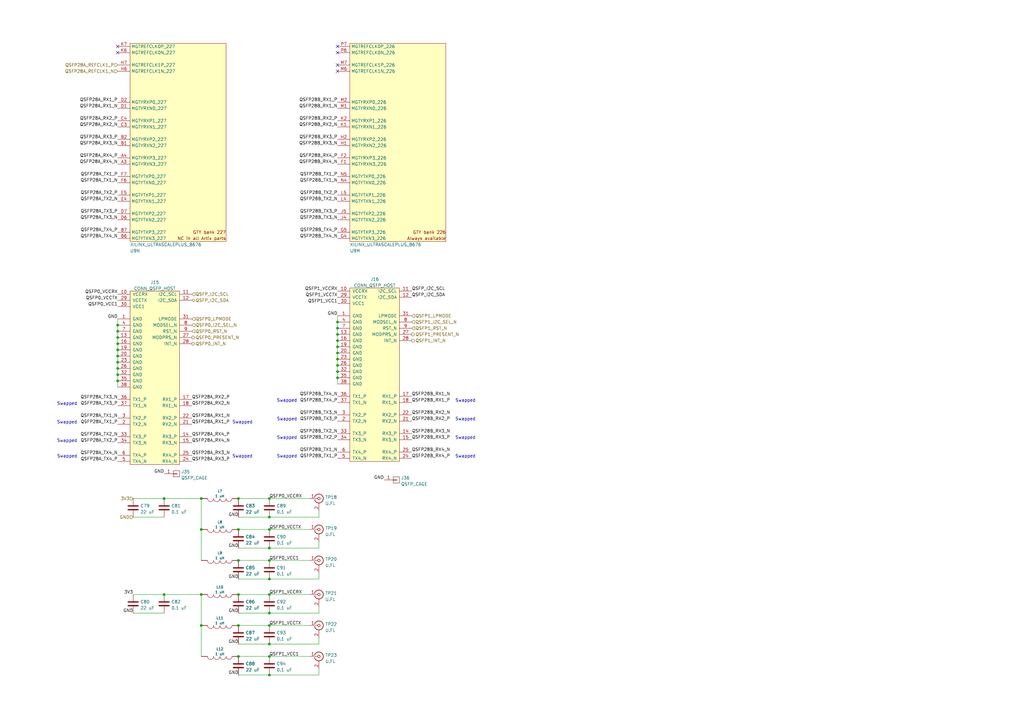
<source format=kicad_sch>
(kicad_sch (version 20231120) (generator "eeschema") (generator_version "8.0")
  (paper "A3")
  (title_block (title "Kintex Ultrascale+ OshPark For The Lulz") (date "2024-11-13") (rev "0.1") (company "Antikernel Labs") (comment 1 "Andrew D. Zonenberg"))
  (lib_symbols
    (symbol "conn:CONN_01X01" (pin_names (offset 1.016) hide)
      (property "Reference" "J" (at 0 2.54 0))
      (property "Value" "CONN_01X01" (at 2.54 0 90))
      (symbol "CONN_01X01_1_1"
        (pin passive line (at -5.08 0 0) (length 3.81) (name "P1") (number "1"))
      )
    )
    (symbol "conn:CONN_COAXIAL" (pin_names (offset 1.016) hide)
      (property "Reference" "J" (at 0.254 3.048 0))
      (property "Value" "CONN_COAXIAL" (at 2.921 0 90))
      (symbol "CONN_COAXIAL_1_1"
        (pin passive line (at -3.81 0 0) (length 2.54) (name "In") (number "1"))
        (pin passive line (at 0 -5.08 90) (length 2.54) (name "Ext") (number "2"))
      )
    )
    (symbol "device:C" (pin_numbers hide) (pin_names (offset 0.254))
      (property "Reference" "C" (at 0.635 2.54 0))
      (property "Value" "C" (at 0.635 -2.54 0))
      (symbol "C_1_1"
        (pin passive line (at 0 3.81 270) (length 2.794) (name "~") (number "1"))
        (pin passive line (at 0 -3.81 90) (length 2.794) (name "~") (number "2"))
      )
    )
    (symbol "passive-azonenberg:INDUCTOR_PWROUT" (pin_numbers hide) (pin_names (offset 1.016) hide)
      (property "Reference" "L" (at -1.27 0 90))
      (property "Value" "INDUCTOR_PWROUT" (at 2.54 0 90))
      (symbol "INDUCTOR_PWROUT_1_1"
        (pin power_out line (at 0 7.62 270) (length 2.54) (name "1") (number "1"))
        (pin passive line (at 0 -7.62 90) (length 2.54) (name "2") (number "2"))
      )
    )
    (symbol "special-azonenberg:CONN_QSFP_HOST" (pin_names (offset 1.016))
      (property "Reference" "J" (at 0 -1.27 0))
      (property "Value" "CONN_QSFP_HOST" (at 0 -3.81 0))
      (symbol "CONN_QSFP_HOST_1_1"
        (pin power_in line (at -5.08 59.69 0) (length 5.08) (name "GND") (number "1"))
        (pin power_in line (at -5.08 69.85 0) (length 5.08) (name "VCCRX") (number "10"))
        (pin input line (at 25.4 69.85 180) (length 5.08) (name "I2C_SCL") (number "11"))
        (pin bidirectional line (at 25.4 67.31 180) (length 5.08) (name "I2C_SDA") (number "12"))
        (pin power_in line (at -5.08 52.07 0) (length 5.08) (name "GND") (number "13"))
        (pin output line (at 25.4 11.43 180) (length 5.08) (name "RX3_P") (number "14"))
        (pin output line (at 25.4 8.89 180) (length 5.08) (name "RX3_N") (number "15"))
        (pin power_in line (at -5.08 49.53 0) (length 5.08) (name "GND") (number "16"))
        (pin output line (at 25.4 26.67 180) (length 5.08) (name "RX1_P") (number "17"))
        (pin output line (at 25.4 24.13 180) (length 5.08) (name "RX1_N") (number "18"))
        (pin power_in line (at -5.08 46.99 0) (length 5.08) (name "GND") (number "19"))
        (pin input line (at -5.08 16.51 0) (length 5.08) (name "TX2_N") (number "2"))
        (pin power_in line (at -5.08 44.45 0) (length 5.08) (name "GND") (number "20"))
        (pin output line (at 25.4 16.51 180) (length 5.08) (name "RX2_N") (number "21"))
        (pin output line (at 25.4 19.05 180) (length 5.08) (name "RX2_P") (number "22"))
        (pin power_in line (at -5.08 41.91 0) (length 5.08) (name "GND") (number "23"))
        (pin output line (at 25.4 1.27 180) (length 5.08) (name "RX4_N") (number "24"))
        (pin output line (at 25.4 3.81 180) (length 5.08) (name "RX4_P") (number "25"))
        (pin power_in line (at -5.08 39.37 0) (length 5.08) (name "GND") (number "26"))
        (pin output line (at 25.4 52.07 180) (length 5.08) (name "MODPRS_N") (number "27"))
        (pin output line (at 25.4 49.53 180) (length 5.08) (name "INT_N") (number "28"))
        (pin power_in line (at -5.08 67.31 0) (length 5.08) (name "VCCTX") (number "29"))
        (pin input line (at -5.08 19.05 0) (length 5.08) (name "TX2_P") (number "3"))
        (pin power_in line (at -5.08 64.77 0) (length 5.08) (name "VCC1") (number "30"))
        (pin input line (at 25.4 59.69 180) (length 5.08) (name "LPMODE") (number "31"))
        (pin power_in line (at -5.08 36.83 0) (length 5.08) (name "GND") (number "32"))
        (pin input line (at -5.08 11.43 0) (length 5.08) (name "TX3_P") (number "33"))
        (pin input line (at -5.08 8.89 0) (length 5.08) (name "TX3_N") (number "34"))
        (pin power_in line (at -5.08 34.29 0) (length 5.08) (name "GND") (number "35"))
        (pin input line (at -5.08 26.67 0) (length 5.08) (name "TX1_P") (number "36"))
        (pin input line (at -5.08 24.13 0) (length 5.08) (name "TX1_N") (number "37"))
        (pin power_in line (at -5.08 31.75 0) (length 5.08) (name "GND") (number "38"))
        (pin power_in line (at -5.08 57.15 0) (length 5.08) (name "GND") (number "4"))
        (pin input line (at -5.08 1.27 0) (length 5.08) (name "TX4_N") (number "5"))
        (pin input line (at -5.08 3.81 0) (length 5.08) (name "TX4_P") (number "6"))
        (pin power_in line (at -5.08 54.61 0) (length 5.08) (name "GND") (number "7"))
        (pin input line (at 25.4 57.15 180) (length 5.08) (name "MODSEL_N") (number "8"))
        (pin input line (at 25.4 54.61 180) (length 5.08) (name "RST_N") (number "9"))
      )
    )
    (symbol "xilinx-azonenberg:XILINX_ULTRASCALEPLUS_B676"
      (property "Reference" "U" (at 0 -2.54 0))
      (property "Value" "XILINX_ULTRASCALEPLUS_B676" (at 0 -5.08 0))
      (symbol "XILINX_ULTRASCALEPLUS_B676_1_0"
        (text "Config / dedicated" (at 34.29 1.27 0) (effects (font (size 1.27 1.27)) (justify right)))
      )
      (symbol "XILINX_ULTRASCALEPLUS_B676_1_1"
        (pin input line (at -5.08 57.15 0) (length 5.08) (name "M0_0") (number "AA10"))
        (pin power_out line (at 39.37 59.69 180) (length 5.08) (name "RDWR_FCS_B_0") (number "AA12"))
        (pin input line (at -5.08 54.61 0) (length 5.08) (name "M1_0") (number "AA9"))
        (pin input line (at -5.08 24.13 0) (length 5.08) (name "TMS_0") (number "AB10"))
        (pin output line (at -5.08 41.91 0) (length 5.08) (name "DONE_0") (number "AB11"))
        (pin input line (at -5.08 29.21 0) (length 5.08) (name "TDI_0") (number "AB12"))
        (pin input line (at -5.08 44.45 0) (length 5.08) (name "PROGRAM_B_0") (number "AB9"))
        (pin bidirectional line (at 39.37 49.53 180) (length 5.08) (name "D02_0") (number "AC11"))
        (pin bidirectional line (at 39.37 52.07 180) (length 5.08) (name "D01_DIN_0") (number "AC12"))
        (pin bidirectional line (at 39.37 54.61 180) (length 5.08) (name "D00_MOSI_0") (number "AD11"))
        (pin bidirectional line (at 39.37 46.99 180) (length 5.08) (name "D03_0") (number "AE11"))
        (pin input line (at -5.08 31.75 0) (length 5.08) (name "TCK_0") (number "AE12"))
        (pin input line (at -5.08 52.07 0) (length 5.08) (name "M2_0") (number "AF12"))
        (pin input line (at -5.08 8.89 0) (length 5.08) (name "VREFN") (number "P13"))
        (pin input line (at -5.08 19.05 0) (length 5.08) (name "VP") (number "P14"))
        (pin input line (at -5.08 16.51 0) (length 5.08) (name "VN") (number "R13"))
        (pin input line (at -5.08 11.43 0) (length 5.08) (name "VREFP") (number "R14"))
        (pin passive line (at -5.08 1.27 0) (length 5.08) (name "DXN") (number "T13"))
        (pin passive line (at -5.08 3.81 0) (length 5.08) (name "DXP") (number "T14"))
        (pin bidirectional line (at -5.08 39.37 0) (length 5.08) (name "INIT_B_0") (number "W10"))
        (pin input line (at -5.08 59.69 0) (length 5.08) (name "RSVDGND") (number "W11"))
        (pin input line (at -5.08 36.83 0) (length 5.08) (name "PUDC_B_0") (number "W9"))
        (pin output line (at -5.08 26.67 0) (length 5.08) (name "TDO_0") (number "Y10"))
        (pin output line (at 39.37 57.15 180) (length 5.08) (name "CCLK_0") (number "Y11"))
        (pin input line (at -5.08 49.53 0) (length 5.08) (name "POR_OVERRIDE") (number "Y12"))
      )
      (symbol "XILINX_ULTRASCALEPLUS_B676_2_0"
        (text "Ground 1/2" (at 33.02 1.27 0) (effects (font (size 1.27 1.27)) (justify right)))
      )
      (symbol "XILINX_ULTRASCALEPLUS_B676_2_1"
        (pin power_in line (at -5.08 128.27 0) (length 5.08) (name "GND") (number "A1"))
        (pin power_in line (at -5.08 125.73 0) (length 5.08) (name "GND") (number "A11"))
        (pin power_in line (at -5.08 123.19 0) (length 5.08) (name "GND") (number "A16"))
        (pin power_in line (at -5.08 120.65 0) (length 5.08) (name "GND") (number "A2"))
        (pin power_in line (at -5.08 118.11 0) (length 5.08) (name "GND") (number "A21"))
        (pin power_in line (at -5.08 115.57 0) (length 5.08) (name "GND") (number "A26"))
        (pin power_in line (at -5.08 113.03 0) (length 5.08) (name "GND") (number "A5"))
        (pin power_in line (at -5.08 110.49 0) (length 5.08) (name "GND") (number "A6"))
        (pin power_in line (at -5.08 107.95 0) (length 5.08) (name "GND") (number "A8"))
        (pin power_in line (at -5.08 105.41 0) (length 5.08) (name "GND") (number "AA1"))
        (pin power_in line (at -5.08 102.87 0) (length 5.08) (name "GND") (number "AA16"))
        (pin power_in line (at -5.08 100.33 0) (length 5.08) (name "GND") (number "AA2"))
        (pin power_in line (at -5.08 97.79 0) (length 5.08) (name "GND") (number "AA26"))
        (pin power_in line (at -5.08 95.25 0) (length 5.08) (name "GND") (number "AA3"))
        (pin power_in line (at -5.08 92.71 0) (length 5.08) (name "GND") (number "AA6"))
        (pin power_in line (at -5.08 90.17 0) (length 5.08) (name "GND") (number "AA8"))
        (pin power_in line (at -5.08 87.63 0) (length 5.08) (name "GND") (number "AB13"))
        (pin power_in line (at -5.08 85.09 0) (length 5.08) (name "GND") (number "AB23"))
        (pin power_in line (at -5.08 82.55 0) (length 5.08) (name "GND") (number "AB3"))
        (pin power_in line (at -5.08 80.01 0) (length 5.08) (name "GND") (number "AB4"))
        (pin power_in line (at -5.08 77.47 0) (length 5.08) (name "GND") (number "AB8"))
        (pin power_in line (at -5.08 74.93 0) (length 5.08) (name "GND") (number "AC1"))
        (pin power_in line (at -5.08 72.39 0) (length 5.08) (name "GND") (number "AC10"))
        (pin power_in line (at -5.08 69.85 0) (length 5.08) (name "GND") (number "AC2"))
        (pin power_in line (at -5.08 67.31 0) (length 5.08) (name "GND") (number "AC20"))
        (pin power_in line (at -5.08 64.77 0) (length 5.08) (name "GND") (number "AC25"))
        (pin power_in line (at -5.08 62.23 0) (length 5.08) (name "GND") (number "AC3"))
        (pin power_in line (at -5.08 59.69 0) (length 5.08) (name "GND") (number "AC6"))
        (pin power_in line (at -5.08 57.15 0) (length 5.08) (name "GND") (number "AC8"))
        (pin power_in line (at -5.08 54.61 0) (length 5.08) (name "GND") (number "AC9"))
        (pin power_in line (at -5.08 52.07 0) (length 5.08) (name "GND") (number "AD10"))
        (pin power_in line (at -5.08 49.53 0) (length 5.08) (name "GND") (number "AD17"))
        (pin power_in line (at -5.08 46.99 0) (length 5.08) (name "GND") (number "AD3"))
        (pin power_in line (at -5.08 44.45 0) (length 5.08) (name "GND") (number "AD4"))
        (pin power_in line (at -5.08 41.91 0) (length 5.08) (name "GND") (number "AD5"))
        (pin power_in line (at -5.08 39.37 0) (length 5.08) (name "GND") (number "AE1"))
        (pin power_in line (at -5.08 36.83 0) (length 5.08) (name "GND") (number "AE10"))
        (pin power_in line (at -5.08 34.29 0) (length 5.08) (name "GND") (number "AE14"))
        (pin power_in line (at -5.08 31.75 0) (length 5.08) (name "GND") (number "AE19"))
        (pin power_in line (at -5.08 29.21 0) (length 5.08) (name "GND") (number "AE2"))
        (pin power_in line (at -5.08 26.67 0) (length 5.08) (name "GND") (number "AE24"))
        (pin power_in line (at -5.08 24.13 0) (length 5.08) (name "GND") (number "AE5"))
        (pin power_in line (at -5.08 21.59 0) (length 5.08) (name "GND") (number "AE6"))
        (pin power_in line (at -5.08 19.05 0) (length 5.08) (name "GND") (number "AF10"))
        (pin power_in line (at -5.08 16.51 0) (length 5.08) (name "GND") (number "AF11"))
        (pin power_in line (at -5.08 13.97 0) (length 5.08) (name "GND") (number "AF16"))
        (pin power_in line (at -5.08 11.43 0) (length 5.08) (name "GND") (number "AF21"))
        (pin power_in line (at -5.08 8.89 0) (length 5.08) (name "GND") (number "AF26"))
        (pin power_in line (at -5.08 6.35 0) (length 5.08) (name "GND") (number "AF3"))
        (pin power_in line (at -5.08 3.81 0) (length 5.08) (name "GND") (number "AF4"))
        (pin power_in line (at -5.08 1.27 0) (length 5.08) (name "GND") (number "AF5"))
        (pin power_in line (at 38.1 133.35 180) (length 5.08) (name "GND") (number "AF8"))
        (pin power_in line (at 38.1 130.81 180) (length 5.08) (name "GND") (number "AF9"))
        (pin power_in line (at 38.1 128.27 180) (length 5.08) (name "GND") (number "B13"))
        (pin power_in line (at 38.1 125.73 180) (length 5.08) (name "GND") (number "B18"))
        (pin power_in line (at 38.1 123.19 180) (length 5.08) (name "GND") (number "B23"))
        (pin power_in line (at 38.1 120.65 180) (length 5.08) (name "GND") (number "B3"))
        (pin power_in line (at 38.1 118.11 180) (length 5.08) (name "GND") (number "B4"))
        (pin power_in line (at 38.1 115.57 180) (length 5.08) (name "GND") (number "B5"))
        (pin power_in line (at 38.1 113.03 180) (length 5.08) (name "GND") (number "B8"))
        (pin power_in line (at 38.1 110.49 180) (length 5.08) (name "GND") (number "C1"))
        (pin power_in line (at 38.1 107.95 180) (length 5.08) (name "GND") (number "C10"))
        (pin power_in line (at 38.1 105.41 180) (length 5.08) (name "GND") (number "C15"))
        (pin power_in line (at 38.1 102.87 180) (length 5.08) (name "GND") (number "C2"))
        (pin power_in line (at 38.1 100.33 180) (length 5.08) (name "GND") (number "C25"))
        (pin power_in line (at 38.1 97.79 180) (length 5.08) (name "GND") (number "C5"))
        (pin power_in line (at 38.1 95.25 180) (length 5.08) (name "GND") (number "C6"))
        (pin power_in line (at 38.1 92.71 180) (length 5.08) (name "GND") (number "C8"))
        (pin power_in line (at 38.1 90.17 180) (length 5.08) (name "GND") (number "D12"))
        (pin power_in line (at 38.1 87.63 180) (length 5.08) (name "GND") (number "D22"))
        (pin power_in line (at 38.1 85.09 180) (length 5.08) (name "GND") (number "D3"))
        (pin power_in line (at 38.1 82.55 180) (length 5.08) (name "GND") (number "D4"))
        (pin power_in line (at 38.1 80.01 180) (length 5.08) (name "GND") (number "D5"))
        (pin power_in line (at 38.1 77.47 180) (length 5.08) (name "GND") (number "D8"))
        (pin power_in line (at 38.1 74.93 180) (length 5.08) (name "GND") (number "E1"))
        (pin power_in line (at 38.1 72.39 180) (length 5.08) (name "GND") (number "E19"))
        (pin power_in line (at 38.1 69.85 180) (length 5.08) (name "GND") (number "E2"))
        (pin power_in line (at 38.1 67.31 180) (length 5.08) (name "GND") (number "E3"))
        (pin power_in line (at 38.1 64.77 180) (length 5.08) (name "GND") (number "E6"))
        (pin power_in line (at 38.1 62.23 180) (length 5.08) (name "GND") (number "E8"))
        (pin power_in line (at 38.1 59.69 180) (length 5.08) (name "GND") (number "F11"))
        (pin power_in line (at 38.1 57.15 180) (length 5.08) (name "GND") (number "F16"))
        (pin power_in line (at 38.1 54.61 180) (length 5.08) (name "GND") (number "F21"))
        (pin power_in line (at 38.1 52.07 180) (length 5.08) (name "GND") (number "F26"))
        (pin power_in line (at 38.1 49.53 180) (length 5.08) (name "GND") (number "F3"))
        (pin power_in line (at 38.1 46.99 180) (length 5.08) (name "GND") (number "F4"))
        (pin power_in line (at 38.1 44.45 180) (length 5.08) (name "GND") (number "F8"))
        (pin power_in line (at 38.1 41.91 180) (length 5.08) (name "GND") (number "G1"))
        (pin power_in line (at 38.1 39.37 180) (length 5.08) (name "GND") (number "G13"))
        (pin power_in line (at 38.1 36.83 180) (length 5.08) (name "GND") (number "G2"))
        (pin power_in line (at 38.1 34.29 180) (length 5.08) (name "GND") (number "G23"))
        (pin power_in line (at 38.1 31.75 180) (length 5.08) (name "GND") (number "G3"))
        (pin power_in line (at 38.1 29.21 180) (length 5.08) (name "GND") (number "G6"))
        (pin power_in line (at 38.1 26.67 180) (length 5.08) (name "GND") (number "G8"))
        (pin power_in line (at 38.1 24.13 180) (length 5.08) (name "GND") (number "H20"))
        (pin power_in line (at 38.1 21.59 180) (length 5.08) (name "GND") (number "H3"))
        (pin power_in line (at 38.1 19.05 180) (length 5.08) (name "GND") (number "H4"))
        (pin power_in line (at 38.1 16.51 180) (length 5.08) (name "GND") (number "H8"))
        (pin power_in line (at 38.1 13.97 180) (length 5.08) (name "GND") (number "J1"))
        (pin power_in line (at 38.1 11.43 180) (length 5.08) (name "GND") (number "J17"))
        (pin power_in line (at 38.1 8.89 180) (length 5.08) (name "GND") (number "J2"))
        (pin power_in line (at 38.1 6.35 180) (length 5.08) (name "GND") (number "J3"))
        (pin power_in line (at 38.1 3.81 180) (length 5.08) (name "GND") (number "J6"))
        (pin power_in line (at -5.08 133.35 0) (length 5.08) (name "GNDADC") (number "N13"))
      )
      (symbol "XILINX_ULTRASCALEPLUS_B676_3_0"
        (text "Power" (at 35.56 1.27 0) (effects (font (size 1.27 1.27)) (justify right)))
      )
      (symbol "XILINX_ULTRASCALEPLUS_B676_3_1"
        (pin power_in line (at 40.64 129.54 180) (length 5.08) (name "MGTAVTT_R") (number "A7"))
        (pin power_in line (at -5.08 127 0) (length 5.08) (name "VCCO_0") (number "AA11"))
        (pin power_in line (at -5.08 119.38 0) (length 5.08) (name "VCCO_64") (number "AA21"))
        (pin power_in line (at -5.08 13.97 0) (length 5.08) (name "MGTAVCC_R") (number "AA7"))
        (pin power_in line (at -5.08 116.84 0) (length 5.08) (name "VCCO_64") (number "AB18"))
        (pin power_in line (at 40.64 127 180) (length 5.08) (name "MGTAVTT_R") (number "AB5"))
        (pin power_in line (at -5.08 78.74 0) (length 5.08) (name "VCCO_84") (number "AC15"))
        (pin power_in line (at -5.08 11.43 0) (length 5.08) (name "MGTAVCC_R") (number "AC7"))
        (pin power_in line (at -5.08 124.46 0) (length 5.08) (name "VCCO_0") (number "AD12"))
        (pin power_in line (at -5.08 114.3 0) (length 5.08) (name "VCCO_64") (number "AD22"))
        (pin power_in line (at 40.64 124.46 180) (length 5.08) (name "MGTAVTT_R") (number "AE7"))
        (pin power_in line (at -5.08 88.9 0) (length 5.08) (name "VCCO_67") (number "C20"))
        (pin power_in line (at 40.64 121.92 180) (length 5.08) (name "MGTAVTT_R") (number "C7"))
        (pin power_in line (at -5.08 86.36 0) (length 5.08) (name "VCCO_67") (number "D17"))
        (pin power_in line (at -5.08 63.5 0) (length 5.08) (name "VCCO_87") (number "E14"))
        (pin power_in line (at -5.08 99.06 0) (length 5.08) (name "VCCO_66") (number "E24"))
        (pin power_in line (at 40.64 119.38 180) (length 5.08) (name "MGTAVTT_R") (number "E7"))
        (pin power_in line (at -5.08 71.12 0) (length 5.08) (name "VCCO_86") (number "E9"))
        (pin power_in line (at 40.64 116.84 180) (length 5.08) (name "MGTAVTT_R") (number "F5"))
        (pin power_in line (at -5.08 83.82 0) (length 5.08) (name "VCCO_67") (number "G18"))
        (pin power_in line (at 40.64 114.3 180) (length 5.08) (name "MGTAVTT_R") (number "G7"))
        (pin power_in line (at -5.08 68.58 0) (length 5.08) (name "VCCO_86") (number "H10"))
        (pin power_in line (at -5.08 60.96 0) (length 5.08) (name "VCCO_87") (number "H15"))
        (pin power_in line (at -5.08 96.52 0) (length 5.08) (name "VCCO_66") (number "H25"))
        (pin power_in line (at 40.64 111.76 180) (length 5.08) (name "MGTAVTT_R") (number "H5"))
        (pin power_in line (at -5.08 93.98 0) (length 5.08) (name "VCCO_66") (number "J22"))
        (pin power_in line (at -5.08 8.89 0) (length 5.08) (name "MGTAVCC_R") (number "J7"))
        (pin power_in line (at 40.64 91.44 180) (length 5.08) (name "VCCINT") (number "K11"))
        (pin power_in line (at 40.64 88.9 180) (length 5.08) (name "VCCINT") (number "K13"))
        (pin power_in line (at 40.64 86.36 180) (length 5.08) (name "VCCINT") (number "K15"))
        (pin power_in line (at 40.64 83.82 180) (length 5.08) (name "VCCINT") (number "K17"))
        (pin power_in line (at 40.64 109.22 180) (length 5.08) (name "MGTAVTT_R") (number "K5"))
        (pin power_in line (at 40.64 81.28 180) (length 5.08) (name "VCCINT") (number "L10"))
        (pin power_in line (at 40.64 78.74 180) (length 5.08) (name "VCCINT") (number "L12"))
        (pin power_in line (at 40.64 76.2 180) (length 5.08) (name "VCCINT") (number "L14"))
        (pin power_in line (at 40.64 73.66 180) (length 5.08) (name "VCCINT") (number "L16"))
        (pin power_in line (at -5.08 6.35 0) (length 5.08) (name "MGTAVCC_R") (number "L7"))
        (pin power_in line (at -5.08 39.37 0) (length 5.08) (name "VCCINT_IO") (number "L9"))
        (pin power_in line (at 40.64 71.12 180) (length 5.08) (name "VCCINT") (number "M11"))
        (pin power_in line (at 40.64 68.58 180) (length 5.08) (name "VCCINT") (number "M13"))
        (pin power_in line (at 40.64 66.04 180) (length 5.08) (name "VCCINT") (number "M15"))
        (pin power_in line (at 40.64 63.5 180) (length 5.08) (name "VCCINT") (number "M17"))
        (pin power_in line (at -5.08 55.88 0) (length 5.08) (name "VCCAUX") (number "M18"))
        (pin power_in line (at 40.64 106.68 180) (length 5.08) (name "MGTAVTT_R") (number "M5"))
        (pin power_in line (at -5.08 36.83 0) (length 5.08) (name "VCCINT_IO") (number "M9"))
        (pin power_in line (at 40.64 60.96 180) (length 5.08) (name "VCCINT") (number "N10"))
        (pin power_in line (at 40.64 58.42 180) (length 5.08) (name "VCCINT") (number "N12"))
        (pin power_in line (at -5.08 132.08 0) (length 5.08) (name "VCCADC") (number "N14"))
        (pin power_in line (at 40.64 55.88 180) (length 5.08) (name "VCCINT") (number "N16"))
        (pin power_in line (at -5.08 53.34 0) (length 5.08) (name "VCCAUX") (number "N18"))
        (pin power_in line (at -5.08 3.81 0) (length 5.08) (name "MGTAVCC_R") (number "N7"))
        (pin power_in line (at -5.08 34.29 0) (length 5.08) (name "VCCINT_IO") (number "N9"))
        (pin power_in line (at 40.64 53.34 180) (length 5.08) (name "VCCINT") (number "P11"))
        (pin power_in line (at 40.64 50.8 180) (length 5.08) (name "VCCINT") (number "P15"))
        (pin power_in line (at 40.64 48.26 180) (length 5.08) (name "VCCINT") (number "P17"))
        (pin power_in line (at -5.08 48.26 0) (length 5.08) (name "VCCAUX_IO") (number "P18"))
        (pin power_in line (at -5.08 109.22 0) (length 5.08) (name "VCCO_65") (number "P22"))
        (pin power_in line (at 40.64 104.14 180) (length 5.08) (name "MGTAVTT_R") (number "P5"))
        (pin power_in line (at -5.08 31.75 0) (length 5.08) (name "VCCINT_IO") (number "P9"))
        (pin power_in line (at 40.64 45.72 180) (length 5.08) (name "VCCINT") (number "R10"))
        (pin power_in line (at 40.64 43.18 180) (length 5.08) (name "VCCINT") (number "R12"))
        (pin power_in line (at 40.64 40.64 180) (length 5.08) (name "VCCINT") (number "R16"))
        (pin power_in line (at -5.08 45.72 0) (length 5.08) (name "VCCAUX_IO") (number "R18"))
        (pin power_in line (at 40.64 134.62 180) (length 5.08) (name "MGTVCCAUX_R") (number "R7"))
        (pin power_in line (at -5.08 26.67 0) (length 5.08) (name "VCCBRAM") (number "R9"))
        (pin power_in line (at 40.64 38.1 180) (length 5.08) (name "VCCINT") (number "T11"))
        (pin power_in line (at 40.64 35.56 180) (length 5.08) (name "VCCINT") (number "T15"))
        (pin power_in line (at 40.64 33.02 180) (length 5.08) (name "VCCINT") (number "T17"))
        (pin power_in line (at -5.08 43.18 0) (length 5.08) (name "VCCAUX_IO") (number "T18"))
        (pin power_in line (at 40.64 101.6 180) (length 5.08) (name "MGTAVTT_R") (number "T5"))
        (pin power_in line (at -5.08 24.13 0) (length 5.08) (name "VCCBRAM") (number "T9"))
        (pin power_in line (at 40.64 30.48 180) (length 5.08) (name "VCCINT") (number "U10"))
        (pin power_in line (at 40.64 27.94 180) (length 5.08) (name "VCCINT") (number "U12"))
        (pin power_in line (at 40.64 25.4 180) (length 5.08) (name "VCCINT") (number "U14"))
        (pin power_in line (at 40.64 22.86 180) (length 5.08) (name "VCCINT") (number "U16"))
        (pin power_in line (at -5.08 106.68 0) (length 5.08) (name "VCCO_65") (number "U23"))
        (pin power_in line (at 40.64 137.16 180) (length 5.08) (name "MGTVCCAUX_R") (number "U7"))
        (pin power_in line (at -5.08 21.59 0) (length 5.08) (name "VCCBRAM") (number "U9"))
        (pin power_in line (at 40.64 20.32 180) (length 5.08) (name "VCCINT") (number "V11"))
        (pin power_in line (at 40.64 17.78 180) (length 5.08) (name "VCCINT") (number "V13"))
        (pin power_in line (at 40.64 15.24 180) (length 5.08) (name "VCCINT") (number "V15"))
        (pin power_in line (at 40.64 12.7 180) (length 5.08) (name "VCCINT") (number "V17"))
        (pin power_in line (at 40.64 99.06 180) (length 5.08) (name "MGTAVTT_R") (number "V5"))
        (pin power_in line (at -5.08 19.05 0) (length 5.08) (name "VCCBRAM") (number "V9"))
        (pin power_in line (at -5.08 1.27 0) (length 5.08) (name "MGTAVCC_R") (number "W7"))
        (pin power_in line (at -5.08 76.2 0) (length 5.08) (name "VCCO_84") (number "Y14"))
        (pin power_in line (at -5.08 104.14 0) (length 5.08) (name "VCCO_65") (number "Y24"))
        (pin power_in line (at 40.64 96.52 180) (length 5.08) (name "MGTAVTT_R") (number "Y5"))
        (pin power_in line (at -5.08 137.16 0) (length 5.08) (name "VBATT") (number "Y9"))
      )
      (symbol "XILINX_ULTRASCALEPLUS_B676_4_0"
        (text "HP Bank 67" (at 39.37 3.81 0) (effects (font (size 1.27 1.27)) (justify right)))
        (text "NC IN AU10P/15P/20P" (at 39.37 1.27 0) (effects (font (size 1.27 1.27)) (justify right)))
      )
      (symbol "XILINX_ULTRASCALEPLUS_B676_4_1"
        (pin bidirectional line (at -5.08 92.71 0) (length 5.08) (name "IO_L17N_T2U_N9_AD10N_67") (number "A15"))
        (pin bidirectional line (at -5.08 85.09 0) (length 5.08) (name "IO_L16P_T2U_N6_QBC_AD3P_67") (number "A17"))
        (pin bidirectional line (at -5.08 87.63 0) (length 5.08) (name "IO_L16N_T2U_N7_QBC_AD3N_67") (number "A18"))
        (pin bidirectional line (at -5.08 95.25 0) (length 5.08) (name "IO_L18P_T2U_N10_AD2P_67") (number "A19"))
        (pin bidirectional line (at -5.08 97.79 0) (length 5.08) (name "IO_L18N_T2U_N11_AD2N_67") (number "A20"))
        (pin bidirectional line (at -5.08 105.41 0) (length 5.08) (name "IO_L19P_T3L_N0_DBC_AD9P_67") (number "A22"))
        (pin bidirectional line (at -5.08 107.95 0) (length 5.08) (name "IO_L19N_T3L_N1_DBC_AD9N_67") (number "A23"))
        (pin bidirectional line (at -5.08 125.73 0) (length 5.08) (name "IO_L23P_T3U_N8_67") (number "A24"))
        (pin bidirectional line (at -5.08 128.27 0) (length 5.08) (name "IO_L23N_T3U_N9_67") (number "A25"))
        (pin bidirectional line (at -5.08 90.17 0) (length 5.08) (name "IO_L17P_T2U_N8_AD10P_67") (number "B15"))
        (pin bidirectional line (at -5.08 100.33 0) (length 5.08) (name "IO_T2U_N12_67") (number "B16"))
        (pin bidirectional line (at -5.08 82.55 0) (length 5.08) (name "IO_L15N_T2L_N5_AD11N_67") (number "B17"))
        (pin bidirectional line (at -5.08 74.93 0) (length 5.08) (name "IO_L14P_T2L_N2_GC_67") (number "B19"))
        (pin bidirectional line (at -5.08 77.47 0) (length 5.08) (name "IO_L14N_T2L_N3_GC_67") (number "B20"))
        (pin bidirectional line (at -5.08 123.19 0) (length 5.08) (name "IO_L22N_T3U_N7_DBC_AD0N_67") (number "B21"))
        (pin bidirectional line (at -5.08 133.35 0) (length 5.08) (name "IO_L24N_T3U_N11_67") (number "B22"))
        (pin bidirectional line (at -5.08 118.11 0) (length 5.08) (name "IO_L21N_T3L_N5_AD8N_67") (number "B24"))
        (pin bidirectional line (at -5.08 31.75 0) (length 5.08) (name "IO_L6N_T0U_N11_AD6N_67") (number "C16"))
        (pin bidirectional line (at -5.08 80.01 0) (length 5.08) (name "IO_L15P_T2L_N4_AD11P_67") (number "C17"))
        (pin bidirectional line (at -5.08 69.85 0) (length 5.08) (name "IO_L13P_T2L_N0_GC_QBC_67") (number "C18"))
        (pin bidirectional line (at -5.08 72.39 0) (length 5.08) (name "IO_L13N_T2L_N1_GC_QBC_67") (number "C19"))
        (pin bidirectional line (at -5.08 120.65 0) (length 5.08) (name "IO_L22P_T3U_N6_DBC_AD0P_67") (number "C21"))
        (pin bidirectional line (at -5.08 130.81 0) (length 5.08) (name "IO_L24P_T3U_N10_67") (number "C22"))
        (pin bidirectional line (at -5.08 115.57 0) (length 5.08) (name "IO_L21P_T3L_N4_AD8P_67") (number "C23"))
        (pin bidirectional line (at -5.08 16.51 0) (length 5.08) (name "IO_L3N_T0L_N5_AD15N_67") (number "D15"))
        (pin bidirectional line (at -5.08 29.21 0) (length 5.08) (name "IO_L6P_T0U_N10_AD6P_67") (number "D16"))
        (pin bidirectional line (at -5.08 62.23 0) (length 5.08) (name "IO_L11N_T1U_N9_GC_67") (number "D18"))
        (pin bidirectional line (at -5.08 64.77 0) (length 5.08) (name "IO_L12P_T1U_N10_GC_67") (number "D19"))
        (pin bidirectional line (at -5.08 67.31 0) (length 5.08) (name "IO_L12N_T1U_N11_GC_67") (number "D20"))
        (pin bidirectional line (at -5.08 113.03 0) (length 5.08) (name "IO_L20N_T3L_N3_AD1N_67") (number "D21"))
        (pin bidirectional line (at -5.08 13.97 0) (length 5.08) (name "IO_L3P_T0L_N4_AD15P_67") (number "E15"))
        (pin bidirectional line (at -5.08 19.05 0) (length 5.08) (name "IO_L4P_T0U_N6_DBC_AD7P_67") (number "E16"))
        (pin bidirectional line (at -5.08 21.59 0) (length 5.08) (name "IO_L4N_T0U_N7_DBC_AD7N_67") (number "E17"))
        (pin bidirectional line (at -5.08 59.69 0) (length 5.08) (name "IO_L11P_T1U_N8_GC_67") (number "E18"))
        (pin bidirectional line (at -5.08 57.15 0) (length 5.08) (name "IO_L10N_T1U_N7_QBC_AD4N_67") (number "E20"))
        (pin bidirectional line (at -5.08 110.49 0) (length 5.08) (name "IO_L20P_T3L_N2_AD1P_67") (number "E21"))
        (pin bidirectional line (at -5.08 102.87 0) (length 5.08) (name "IO_T3U_N12_67") (number "E22"))
        (pin bidirectional line (at -5.08 6.35 0) (length 5.08) (name "IO_L1N_T0L_N1_DBC_67") (number "F15"))
        (pin bidirectional line (at -5.08 34.29 0) (length 5.08) (name "IO_T0U_N12_VRP_67") (number "F17"))
        (pin bidirectional line (at -5.08 44.45 0) (length 5.08) (name "IO_L8P_T1L_N2_AD5P_67") (number "F18"))
        (pin bidirectional line (at -5.08 46.99 0) (length 5.08) (name "IO_L8N_T1L_N3_AD5N_67") (number "F19"))
        (pin bidirectional line (at -5.08 54.61 0) (length 5.08) (name "IO_L10P_T1U_N6_QBC_AD4P_67") (number "F20"))
        (pin bidirectional line (at -5.08 3.81 0) (length 5.08) (name "IO_L1P_T0L_N0_DBC_67") (number "G15"))
        (pin bidirectional line (at -5.08 26.67 0) (length 5.08) (name "IO_L5N_T0U_N9_AD14N_67") (number "G16"))
        (pin bidirectional line (at -5.08 11.43 0) (length 5.08) (name "IO_L2N_T0L_N3_67") (number "G17"))
        (pin bidirectional line (at -5.08 36.83 0) (length 5.08) (name "IO_T1U_N12_67") (number "G19"))
        (pin bidirectional line (at -5.08 49.53 0) (length 5.08) (name "IO_L9P_T1L_N4_AD12P_67") (number "G20"))
        (pin bidirectional line (at -5.08 52.07 0) (length 5.08) (name "IO_L9N_T1L_N5_AD12N_67") (number "G21"))
        (pin bidirectional line (at -5.08 24.13 0) (length 5.08) (name "IO_L5P_T0U_N8_AD14P_67") (number "H16"))
        (pin bidirectional line (at -5.08 8.89 0) (length 5.08) (name "IO_L2P_T0L_N2_67") (number "H17"))
        (pin bidirectional line (at -5.08 39.37 0) (length 5.08) (name "IO_L7P_T1L_N0_QBC_AD13P_67") (number "H18"))
        (pin bidirectional line (at -5.08 41.91 0) (length 5.08) (name "IO_L7N_T1L_N1_QBC_AD13N_67") (number "H19"))
        (pin input line (at -5.08 1.27 0) (length 5.08) (name "VREF_67") (number "J16"))
      )
      (symbol "XILINX_ULTRASCALEPLUS_B676_5_0"
        (text "Always available" (at 39.37 1.27 0) (effects (font (size 1.27 1.27)) (justify right)))
        (text "HP Bank 66" (at 39.37 3.81 0) (effects (font (size 1.27 1.27)) (justify right)))
      )
      (symbol "XILINX_ULTRASCALEPLUS_B676_5_1"
        (pin bidirectional line (at -5.08 130.81 0) (length 5.08) (name "IO_L24P_T3U_N10_66") (number "B25"))
        (pin bidirectional line (at -5.08 133.35 0) (length 5.08) (name "IO_L24N_T3U_N11_66") (number "B26"))
        (pin bidirectional line (at -5.08 123.19 0) (length 5.08) (name "IO_L22N_T3U_N7_DBC_AD0N_66") (number "C24"))
        (pin bidirectional line (at -5.08 128.27 0) (length 5.08) (name "IO_L23N_T3U_N9_66") (number "C26"))
        (pin bidirectional line (at -5.08 120.65 0) (length 5.08) (name "IO_L22P_T3U_N6_DBC_AD0P_66") (number "D23"))
        (pin bidirectional line (at -5.08 115.57 0) (length 5.08) (name "IO_L21P_T3L_N4_AD8P_66") (number "D24"))
        (pin bidirectional line (at -5.08 118.11 0) (length 5.08) (name "IO_L21N_T3L_N5_AD8N_66") (number "D25"))
        (pin bidirectional line (at -5.08 125.73 0) (length 5.08) (name "IO_L23P_T3U_N8_66") (number "D26"))
        (pin bidirectional line (at -5.08 113.03 0) (length 5.08) (name "IO_L20N_T3L_N3_AD1N_66") (number "E23"))
        (pin bidirectional line (at -5.08 105.41 0) (length 5.08) (name "IO_L19P_T3L_N0_DBC_AD9P_66") (number "E25"))
        (pin bidirectional line (at -5.08 107.95 0) (length 5.08) (name "IO_L19N_T3L_N1_DBC_AD9N_66") (number "E26"))
        (pin bidirectional line (at -5.08 102.87 0) (length 5.08) (name "IO_T3U_N12_66") (number "F22"))
        (pin bidirectional line (at -5.08 110.49 0) (length 5.08) (name "IO_L20P_T3L_N2_AD1P_66") (number "F23"))
        (pin bidirectional line (at -5.08 85.09 0) (length 5.08) (name "IO_L16P_T2U_N6_QBC_AD3P_66") (number "F24"))
        (pin bidirectional line (at -5.08 87.63 0) (length 5.08) (name "IO_L16N_T2U_N7_QBC_AD3N_66") (number "F25"))
        (pin bidirectional line (at -5.08 100.33 0) (length 5.08) (name "IO_T2U_N12_66") (number "G22"))
        (pin bidirectional line (at -5.08 69.85 0) (length 5.08) (name "IO_L13P_T2L_N0_GC_QBC_66") (number "G24"))
        (pin bidirectional line (at -5.08 72.39 0) (length 5.08) (name "IO_L13N_T2L_N1_GC_QBC_66") (number "G25"))
        (pin bidirectional line (at -5.08 92.71 0) (length 5.08) (name "IO_L17N_T2U_N9_AD10N_66") (number "G26"))
        (pin bidirectional line (at -5.08 95.25 0) (length 5.08) (name "IO_L18P_T2U_N10_AD2P_66") (number "H21"))
        (pin bidirectional line (at -5.08 97.79 0) (length 5.08) (name "IO_L18N_T2U_N11_AD2N_66") (number "H22"))
        (pin bidirectional line (at -5.08 74.93 0) (length 5.08) (name "IO_L14P_T2L_N2_GC_66") (number "H23"))
        (pin bidirectional line (at -5.08 77.47 0) (length 5.08) (name "IO_L14N_T2L_N3_GC_66") (number "H24"))
        (pin bidirectional line (at -5.08 90.17 0) (length 5.08) (name "IO_L17P_T2U_N8_AD10P_66") (number "H26"))
        (pin bidirectional line (at -5.08 1.27 0) (length 5.08) (name "VREF_66") (number "J18"))
        (pin bidirectional line (at -5.08 13.97 0) (length 5.08) (name "IO_L3P_T0L_N4_AD15P_66") (number "J19"))
        (pin bidirectional line (at -5.08 16.51 0) (length 5.08) (name "IO_L3N_T0L_N5_AD15N_66") (number "J20"))
        (pin bidirectional line (at -5.08 26.67 0) (length 5.08) (name "IO_L5N_T0U_N9_AD14N_66") (number "J21"))
        (pin bidirectional line (at -5.08 64.77 0) (length 5.08) (name "IO_L12P_T1U_N10_GC_66") (number "J23"))
        (pin bidirectional line (at -5.08 67.31 0) (length 5.08) (name "IO_L12N_T1U_N11_GC_66") (number "J24"))
        (pin bidirectional line (at -5.08 80.01 0) (length 5.08) (name "IO_L15P_T2L_N4_AD11P_66") (number "J25"))
        (pin bidirectional line (at -5.08 82.55 0) (length 5.08) (name "IO_L15N_T2L_N5_AD11N_66") (number "J26"))
        (pin bidirectional line (at -5.08 6.35 0) (length 5.08) (name "IO_L1N_T0L_N1_DBC_66") (number "K18"))
        (pin bidirectional line (at -5.08 31.75 0) (length 5.08) (name "IO_L6N_T0U_N11_AD6N_66") (number "K20"))
        (pin bidirectional line (at -5.08 24.13 0) (length 5.08) (name "IO_L5P_T0U_N8_AD14P_66") (number "K21"))
        (pin bidirectional line (at -5.08 59.69 0) (length 5.08) (name "IO_L11P_T1U_N8_GC_66") (number "K22"))
        (pin bidirectional line (at -5.08 62.23 0) (length 5.08) (name "IO_L11N_T1U_N9_GC_66") (number "K23"))
        (pin bidirectional line (at -5.08 49.53 0) (length 5.08) (name "IO_L9P_T1L_N4_AD12P_66") (number "K25"))
        (pin bidirectional line (at -5.08 52.07 0) (length 5.08) (name "IO_L9N_T1L_N5_AD12N_66") (number "K26"))
        (pin bidirectional line (at -5.08 3.81 0) (length 5.08) (name "IO_L1P_T0L_N0_DBC_66") (number "L18"))
        (pin bidirectional line (at -5.08 21.59 0) (length 5.08) (name "IO_L4N_T0U_N7_DBC_AD7N_66") (number "L19"))
        (pin bidirectional line (at -5.08 29.21 0) (length 5.08) (name "IO_L6P_T0U_N10_AD6P_66") (number "L20"))
        (pin bidirectional line (at -5.08 39.37 0) (length 5.08) (name "IO_L7P_T1L_N0_QBC_AD13P_66") (number "L22"))
        (pin bidirectional line (at -5.08 41.91 0) (length 5.08) (name "IO_L7N_T1L_N1_QBC_AD13N_66") (number "L23"))
        (pin bidirectional line (at -5.08 54.61 0) (length 5.08) (name "IO_L10P_T1U_N6_QBC_AD4P_66") (number "L24"))
        (pin bidirectional line (at -5.08 57.15 0) (length 5.08) (name "IO_L10N_T1U_N7_QBC_AD4N_66") (number "L25"))
        (pin bidirectional line (at -5.08 19.05 0) (length 5.08) (name "IO_L4P_T0U_N6_DBC_AD7P_66") (number "M19"))
        (pin bidirectional line (at -5.08 8.89 0) (length 5.08) (name "IO_L2P_T0L_N2_66") (number "M20"))
        (pin bidirectional line (at -5.08 11.43 0) (length 5.08) (name "IO_L2N_T0L_N3_66") (number "M21"))
        (pin bidirectional line (at -5.08 34.29 0) (length 5.08) (name "IO_T0U_N12_VRP_66") (number "M22"))
        (pin bidirectional line (at -5.08 36.83 0) (length 5.08) (name "IO_T1U_N12_66") (number "M24"))
        (pin bidirectional line (at -5.08 44.45 0) (length 5.08) (name "IO_L8P_T1L_N2_AD5P_66") (number "M25"))
        (pin bidirectional line (at -5.08 46.99 0) (length 5.08) (name "IO_L8N_T1L_N3_AD5N_66") (number "M26"))
      )
      (symbol "XILINX_ULTRASCALEPLUS_B676_6_0"
        (text "Always available" (at 39.37 1.27 0) (effects (font (size 1.27 1.27)) (justify right)))
        (text "HP Bank 65" (at 39.37 3.81 0) (effects (font (size 1.27 1.27)) (justify right)))
      )
      (symbol "XILINX_ULTRASCALEPLUS_B676_6_1"
        (pin bidirectional line (at -5.08 36.83 0) (length 5.08) (name "IO_T1U_N12_SMBALERT_65") (number "AA23"))
        (pin bidirectional line (at -5.08 49.53 0) (length 5.08) (name "IO_L9P_T1L_N4_AD12P_A14_D30_65") (number "AA24"))
        (pin bidirectional line (at -5.08 52.07 0) (length 5.08) (name "IO_L9N_T1L_N5_AD12N_A15_D31_65") (number "AA25"))
        (pin bidirectional line (at -5.08 125.73 0) (length 5.08) (name "IO_L23P_T3U_N8_I2C_SCLK_65") (number "N19"))
        (pin bidirectional line (at -5.08 130.81 0) (length 5.08) (name "IO_L24P_T3U_N10_EMCCLK_65") (number "N21"))
        (pin bidirectional line (at -5.08 133.35 0) (length 5.08) (name "IO_L24N_T3U_N11_DOUT_CSO_B_65") (number "N22"))
        (pin bidirectional line (at -5.08 120.65 0) (length 5.08) (name "IO_L22P_T3U_N6_DBC_AD0P_D04_65") (number "N23"))
        (pin bidirectional line (at -5.08 80.01 0) (length 5.08) (name "IO_L15P_T2L_N4_AD11P_A02_D18_65") (number "N24"))
        (pin bidirectional line (at -5.08 100.33 0) (length 5.08) (name "IO_T2U_N12_CSI_ADV_B_65") (number "N26"))
        (pin bidirectional line (at -5.08 128.27 0) (length 5.08) (name "IO_L23N_T3U_N9_PERSTN1_I2C_SDA_65") (number "P19"))
        (pin bidirectional line (at -5.08 110.49 0) (length 5.08) (name "IO_L20P_T3L_N2_AD1P_D08_65") (number "P20"))
        (pin bidirectional line (at -5.08 113.03 0) (length 5.08) (name "IO_L20N_T3L_N3_AD1N_D09_65") (number "P21"))
        (pin bidirectional line (at -5.08 123.19 0) (length 5.08) (name "IO_L22N_T3U_N7_DBC_AD0N_D05_65") (number "P23"))
        (pin bidirectional line (at -5.08 82.55 0) (length 5.08) (name "IO_L15N_T2L_N5_AD11N_A03_D19_65") (number "P24"))
        (pin bidirectional line (at -5.08 90.17 0) (length 5.08) (name "IO_L17P_T2U_N8_AD10P_D14_65") (number "P25"))
        (pin bidirectional line (at -5.08 92.71 0) (length 5.08) (name "IO_L17N_T2U_N9_AD10N_D15_65") (number "P26"))
        (pin bidirectional line (at -5.08 115.57 0) (length 5.08) (name "IO_L21P_T3L_N4_AD8P_D06_65") (number "R20"))
        (pin bidirectional line (at -5.08 118.11 0) (length 5.08) (name "IO_L21N_T3L_N5_AD8N_D07_65") (number "R21"))
        (pin bidirectional line (at -5.08 105.41 0) (length 5.08) (name "IO_L19P_T3L_N0_DBC_AD9P_D10_65") (number "R22"))
        (pin bidirectional line (at -5.08 107.95 0) (length 5.08) (name "IO_L19N_T3L_N1_DBC_AD9N_D11_65") (number "R23"))
        (pin bidirectional line (at -5.08 95.25 0) (length 5.08) (name "IO_L18P_T2U_N10_AD2P_D12_65") (number "R25"))
        (pin bidirectional line (at -5.08 97.79 0) (length 5.08) (name "IO_L18N_T2U_N11_AD2N_D13_65") (number "R26"))
        (pin bidirectional line (at -5.08 102.87 0) (length 5.08) (name "IO_T3U_N12_PERSTN0_65") (number "T19"))
        (pin bidirectional line (at -5.08 13.97 0) (length 5.08) (name "IO_L3P_T0L_N4_AD15P_A26_65") (number "T20"))
        (pin bidirectional line (at -5.08 24.13 0) (length 5.08) (name "IO_L5P_T0U_N8_AD14P_A22_65") (number "T22"))
        (pin bidirectional line (at -5.08 26.67 0) (length 5.08) (name "IO_L5N_T0U_N9_AD14N_A23_65") (number "T23"))
        (pin bidirectional line (at -5.08 69.85 0) (length 5.08) (name "IO_L13P_T2L_N0_GC_QBC_A06_D22_65") (number "T24"))
        (pin bidirectional line (at -5.08 74.93 0) (length 5.08) (name "IO_L14P_T2L_N2_GC_A04_D20_65") (number "T25"))
        (pin bidirectional line (at -5.08 3.81 0) (length 5.08) (name "IO_L1P_T0L_N0_DBC_RS0_65") (number "U19"))
        (pin bidirectional line (at -5.08 16.51 0) (length 5.08) (name "IO_L3N_T0L_N5_AD15N_A27_65") (number "U20"))
        (pin bidirectional line (at -5.08 8.89 0) (length 5.08) (name "IO_L2P_T0L_N2_FOE_B_65") (number "U21"))
        (pin bidirectional line (at -5.08 11.43 0) (length 5.08) (name "IO_L2N_T0L_N3_FWE_FCS2_B_65") (number "U22"))
        (pin bidirectional line (at -5.08 72.39 0) (length 5.08) (name "IO_L13N_T2L_N1_GC_QBC_A07_D23_65") (number "U24"))
        (pin bidirectional line (at -5.08 77.47 0) (length 5.08) (name "IO_L14N_T2L_N3_GC_A05_D21_65") (number "U25"))
        (pin bidirectional line (at -5.08 85.09 0) (length 5.08) (name "IO_L16P_T2U_N6_QBC_AD3P_A00_D16_65") (number "U26"))
        (pin input line (at -5.08 1.27 0) (length 5.08) (name "VREF_65") (number "V18"))
        (pin bidirectional line (at -5.08 6.35 0) (length 5.08) (name "IO_L1N_T0L_N1_DBC_RS1_65") (number "V19"))
        (pin bidirectional line (at -5.08 19.05 0) (length 5.08) (name "IO_L4P_T0U_N6_DBC_AD7P_A24_65") (number "V21"))
        (pin bidirectional line (at -5.08 21.59 0) (length 5.08) (name "IO_L4N_T0U_N7_DBC_AD7N_A25_65") (number "V22"))
        (pin bidirectional line (at -5.08 59.69 0) (length 5.08) (name "IO_L11P_T1U_N8_GC_A10_D26_65") (number "V23"))
        (pin bidirectional line (at -5.08 64.77 0) (length 5.08) (name "IO_L12P_T1U_N10_GC_A08_D24_65") (number "V24"))
        (pin bidirectional line (at -5.08 87.63 0) (length 5.08) (name "IO_L16N_T2U_N7_QBC_AD3N_A01_D17_65") (number "V26"))
        (pin bidirectional line (at -5.08 29.21 0) (length 5.08) (name "IO_L6P_T0U_N10_AD6P_A20_65") (number "W19"))
        (pin bidirectional line (at -5.08 31.75 0) (length 5.08) (name "IO_L6N_T0U_N11_AD6N_A21_65") (number "W20"))
        (pin bidirectional line (at -5.08 34.29 0) (length 5.08) (name "IO_T0U_N12_VRP_A28_65") (number "W21"))
        (pin bidirectional line (at -5.08 62.23 0) (length 5.08) (name "IO_L11N_T1U_N9_GC_A11_D27_65") (number "W23"))
        (pin bidirectional line (at -5.08 67.31 0) (length 5.08) (name "IO_L12N_T1U_N11_GC_A09_D25_65") (number "W24"))
        (pin bidirectional line (at -5.08 54.61 0) (length 5.08) (name "IO_L10P_T1U_N6_QBC_AD4P_A12_D28_65") (number "W25"))
        (pin bidirectional line (at -5.08 57.15 0) (length 5.08) (name "IO_L10N_T1U_N7_QBC_AD4N_A13_D29_65") (number "W26"))
        (pin bidirectional line (at -5.08 39.37 0) (length 5.08) (name "IO_L7P_T1L_N0_QBC_AD13P_A18_65") (number "Y22"))
        (pin bidirectional line (at -5.08 41.91 0) (length 5.08) (name "IO_L7N_T1L_N1_QBC_AD13N_A19_65") (number "Y23"))
        (pin bidirectional line (at -5.08 44.45 0) (length 5.08) (name "IO_L8P_T1L_N2_AD5P_A16_65") (number "Y25"))
        (pin bidirectional line (at -5.08 46.99 0) (length 5.08) (name "IO_L8N_T1L_N3_AD5N_A17_65") (number "Y26"))
      )
      (symbol "XILINX_ULTRASCALEPLUS_B676_7_0"
        (text "Always available" (at 39.37 1.27 0) (effects (font (size 1.27 1.27)) (justify right)))
        (text "HP Bank 64" (at 39.37 3.81 0) (effects (font (size 1.27 1.27)) (justify right)))
      )
      (symbol "XILINX_ULTRASCALEPLUS_B676_7_1"
        (pin bidirectional line (at -5.08 128.27 0) (length 5.08) (name "IO_L23N_T3U_N9_64") (number "AA17"))
        (pin bidirectional line (at -5.08 133.35 0) (length 5.08) (name "IO_L24N_T3U_N11_64") (number "AA18"))
        (pin bidirectional line (at -5.08 110.49 0) (length 5.08) (name "IO_L20P_T3L_N2_AD1P_64") (number "AA19"))
        (pin bidirectional line (at -5.08 115.57 0) (length 5.08) (name "IO_L21P_T3L_N4_AD8P_64") (number "AA20"))
        (pin bidirectional line (at -5.08 54.61 0) (length 5.08) (name "IO_L10P_T1U_N6_QBC_AD4P_64") (number "AA22"))
        (pin bidirectional line (at -5.08 120.65 0) (length 5.08) (name "IO_L22P_T3U_N6_DBC_AD0P_64") (number "AB17"))
        (pin bidirectional line (at -5.08 113.03 0) (length 5.08) (name "IO_L20N_T3L_N3_AD1N_64") (number "AB19"))
        (pin bidirectional line (at -5.08 118.11 0) (length 5.08) (name "IO_L21N_T3L_N5_AD8N_64") (number "AB20"))
        (pin bidirectional line (at -5.08 64.77 0) (length 5.08) (name "IO_L12P_T1U_N10_GC_64") (number "AB21"))
        (pin bidirectional line (at -5.08 57.15 0) (length 5.08) (name "IO_L10N_T1U_N7_QBC_AD4N_64") (number "AB22"))
        (pin bidirectional line (at -5.08 29.21 0) (length 5.08) (name "IO_L6P_T0U_N10_AD6P_64") (number "AB24"))
        (pin bidirectional line (at -5.08 8.89 0) (length 5.08) (name "IO_L2P_T0L_N2_64") (number "AB25"))
        (pin bidirectional line (at -5.08 11.43 0) (length 5.08) (name "IO_L2N_T0L_N3_64") (number "AB26"))
        (pin bidirectional line (at -5.08 102.87 0) (length 5.08) (name "IO_T3U_N12_64") (number "AC16"))
        (pin bidirectional line (at -5.08 123.19 0) (length 5.08) (name "IO_L22N_T3U_N7_DBC_AD0N_64") (number "AC17"))
        (pin bidirectional line (at -5.08 85.09 0) (length 5.08) (name "IO_L16P_T2U_N6_QBC_AD3P_64") (number "AC18"))
        (pin bidirectional line (at -5.08 74.93 0) (length 5.08) (name "IO_L14P_T2L_N2_GC_64") (number "AC19"))
        (pin bidirectional line (at -5.08 67.31 0) (length 5.08) (name "IO_L12N_T1U_N11_GC_64") (number "AC21"))
        (pin bidirectional line (at -5.08 49.53 0) (length 5.08) (name "IO_L9P_T1L_N4_AD12P_64") (number "AC22"))
        (pin bidirectional line (at -5.08 52.07 0) (length 5.08) (name "IO_L9N_T1L_N5_AD12N_64") (number "AC23"))
        (pin bidirectional line (at -5.08 31.75 0) (length 5.08) (name "IO_L6N_T0U_N11_AD6N_64") (number "AC24"))
        (pin bidirectional line (at -5.08 19.05 0) (length 5.08) (name "IO_L4P_T0U_N6_DBC_AD7P_64") (number "AC26"))
        (pin bidirectional line (at -5.08 95.25 0) (length 5.08) (name "IO_L18P_T2U_N10_AD2P_64") (number "AD16"))
        (pin bidirectional line (at -5.08 87.63 0) (length 5.08) (name "IO_L16N_T2U_N7_QBC_AD3N_64") (number "AD18"))
        (pin bidirectional line (at -5.08 77.47 0) (length 5.08) (name "IO_L14N_T2L_N3_GC_64") (number "AD19"))
        (pin bidirectional line (at -5.08 69.85 0) (length 5.08) (name "IO_L13P_T2L_N0_GC_QBC_64") (number "AD20"))
        (pin bidirectional line (at -5.08 59.69 0) (length 5.08) (name "IO_L11P_T1U_N8_GC_64") (number "AD21"))
        (pin bidirectional line (at -5.08 44.45 0) (length 5.08) (name "IO_L8P_T1L_N2_AD5P_64") (number "AD23"))
        (pin bidirectional line (at -5.08 24.13 0) (length 5.08) (name "IO_L5P_T0U_N8_AD14P_64") (number "AD24"))
        (pin bidirectional line (at -5.08 26.67 0) (length 5.08) (name "IO_L5N_T0U_N9_AD14N_64") (number "AD25"))
        (pin bidirectional line (at -5.08 21.59 0) (length 5.08) (name "IO_L4N_T0U_N7_DBC_AD7N_64") (number "AD26"))
        (pin bidirectional line (at -5.08 97.79 0) (length 5.08) (name "IO_L18N_T2U_N11_AD2N_64") (number "AE16"))
        (pin bidirectional line (at -5.08 90.17 0) (length 5.08) (name "IO_L17P_T2U_N8_AD10P_64") (number "AE17"))
        (pin bidirectional line (at -5.08 100.33 0) (length 5.08) (name "IO_T2U_N12_64") (number "AE18"))
        (pin bidirectional line (at -5.08 72.39 0) (length 5.08) (name "IO_L13N_T2L_N1_GC_QBC_64") (number "AE20"))
        (pin bidirectional line (at -5.08 62.23 0) (length 5.08) (name "IO_L11N_T1U_N9_GC_64") (number "AE21"))
        (pin bidirectional line (at -5.08 39.37 0) (length 5.08) (name "IO_L7P_T1L_N0_QBC_AD13P_64") (number "AE22"))
        (pin bidirectional line (at -5.08 46.99 0) (length 5.08) (name "IO_L8N_T1L_N3_AD5N_64") (number "AE23"))
        (pin bidirectional line (at -5.08 3.81 0) (length 5.08) (name "IO_L1P_T0L_N0_DBC_64") (number "AE25"))
        (pin bidirectional line (at -5.08 6.35 0) (length 5.08) (name "IO_L1N_T0L_N1_DBC_64") (number "AE26"))
        (pin bidirectional line (at -5.08 92.71 0) (length 5.08) (name "IO_L17N_T2U_N9_AD10N_64") (number "AF17"))
        (pin bidirectional line (at -5.08 80.01 0) (length 5.08) (name "IO_L15P_T2L_N4_AD11P_64") (number "AF18"))
        (pin bidirectional line (at -5.08 82.55 0) (length 5.08) (name "IO_L15N_T2L_N5_AD11N_64") (number "AF19"))
        (pin bidirectional line (at -5.08 36.83 0) (length 5.08) (name "IO_T1U_N12_64") (number "AF20"))
        (pin bidirectional line (at -5.08 41.91 0) (length 5.08) (name "IO_L7N_T1L_N1_QBC_AD13N_64") (number "AF22"))
        (pin bidirectional line (at -5.08 34.29 0) (length 5.08) (name "IO_T0U_N12_VRP_64") (number "AF23"))
        (pin bidirectional line (at -5.08 13.97 0) (length 5.08) (name "IO_L3P_T0L_N4_AD15P_64") (number "AF24"))
        (pin bidirectional line (at -5.08 16.51 0) (length 5.08) (name "IO_L3N_T0L_N5_AD15N_64") (number "AF25"))
        (pin bidirectional line (at -5.08 1.27 0) (length 5.08) (name "VREF_64") (number "W18"))
        (pin bidirectional line (at -5.08 125.73 0) (length 5.08) (name "IO_L23P_T3U_N8_64") (number "Y17"))
        (pin bidirectional line (at -5.08 130.81 0) (length 5.08) (name "IO_L24P_T3U_N10_64") (number "Y18"))
        (pin bidirectional line (at -5.08 105.41 0) (length 5.08) (name "IO_L19P_T3L_N0_DBC_AD9P_64") (number "Y20"))
        (pin bidirectional line (at -5.08 107.95 0) (length 5.08) (name "IO_L19N_T3L_N1_DBC_AD9N_64") (number "Y21"))
      )
      (symbol "XILINX_ULTRASCALEPLUS_B676_8_0"
        (text "Bank 86 in AU10P/15P" (at 39.37 1.27 0) (effects (font (size 1.27 1.27)) (justify right)))
        (text "HD Bank 87" (at 39.37 3.81 0) (effects (font (size 1.27 1.27)) (justify right)))
      )
      (symbol "XILINX_ULTRASCALEPLUS_B676_8_1"
        (pin bidirectional line (at -5.08 57.15 0) (length 5.08) (name "IO_L11N_AD9N_87") (number "A12"))
        (pin bidirectional line (at -5.08 54.61 0) (length 5.08) (name "IO_L11P_AD9P_87") (number "A13"))
        (pin bidirectional line (at -5.08 62.23 0) (length 5.08) (name "IO_L12N_AD8N_87") (number "A14"))
        (pin bidirectional line (at -5.08 52.07 0) (length 5.08) (name "IO_L10N_AD10N_87") (number "B12"))
        (pin bidirectional line (at -5.08 59.69 0) (length 5.08) (name "IO_L12P_AD8P_87") (number "B14"))
        (pin bidirectional line (at -5.08 49.53 0) (length 5.08) (name "IO_L10P_AD10P_87") (number "C12"))
        (pin bidirectional line (at -5.08 46.99 0) (length 5.08) (name "IO_L9N_AD11N_87") (number "C13"))
        (pin bidirectional line (at -5.08 44.45 0) (length 5.08) (name "IO_L9P_AD11P_87") (number "C14"))
        (pin bidirectional line (at -5.08 41.91 0) (length 5.08) (name "IO_L8N_HDGC_87") (number "D13"))
        (pin bidirectional line (at -5.08 39.37 0) (length 5.08) (name "IO_L8P_HDGC_87") (number "D14"))
        (pin bidirectional line (at -5.08 36.83 0) (length 5.08) (name "IO_L7N_HDGC_87") (number "E12"))
        (pin bidirectional line (at -5.08 34.29 0) (length 5.08) (name "IO_L7P_HDGC_87") (number "E13"))
        (pin bidirectional line (at -5.08 26.67 0) (length 5.08) (name "IO_L5N_HDGC_87") (number "F12"))
        (pin bidirectional line (at -5.08 31.75 0) (length 5.08) (name "IO_L6N_HDGC_87") (number "F13"))
        (pin bidirectional line (at -5.08 29.21 0) (length 5.08) (name "IO_L6P_HDGC_87") (number "F14"))
        (pin bidirectional line (at -5.08 24.13 0) (length 5.08) (name "IO_L5P_HDGC_87") (number "G12"))
        (pin bidirectional line (at -5.08 16.51 0) (length 5.08) (name "IO_L3N_AD13N_87") (number "G14"))
        (pin bidirectional line (at -5.08 6.35 0) (length 5.08) (name "IO_L1N_AD15N_87") (number "H12"))
        (pin bidirectional line (at -5.08 11.43 0) (length 5.08) (name "IO_L2N_AD14N_87") (number "H13"))
        (pin bidirectional line (at -5.08 13.97 0) (length 5.08) (name "IO_L3P_AD13P_87") (number "H14"))
        (pin bidirectional line (at -5.08 3.81 0) (length 5.08) (name "IO_L1P_AD15P_87") (number "J12"))
        (pin bidirectional line (at -5.08 8.89 0) (length 5.08) (name "IO_L2P_AD14P_87") (number "J13"))
        (pin bidirectional line (at -5.08 21.59 0) (length 5.08) (name "IO_L4N_AD12N_87") (number "J14"))
        (pin bidirectional line (at -5.08 19.05 0) (length 5.08) (name "IO_L4P_AD12P_87") (number "J15"))
      )
      (symbol "XILINX_ULTRASCALEPLUS_B676_9_0"
        (text "Bank 85 in AU10P/15P" (at 39.37 1.27 0) (effects (font (size 1.27 1.27)) (justify right)))
        (text "HD Bank 86" (at 39.37 3.81 0) (effects (font (size 1.27 1.27)) (justify right)))
      )
      (symbol "XILINX_ULTRASCALEPLUS_B676_9_1"
        (pin bidirectional line (at -5.08 57.15 0) (length 5.08) (name "IO_L11N_AD1N_86") (number "A10"))
        (pin bidirectional line (at -5.08 52.07 0) (length 5.08) (name "IO_L10N_AD2N_86") (number "A9"))
        (pin bidirectional line (at -5.08 54.61 0) (length 5.08) (name "IO_L11P_AD1P_86") (number "B10"))
        (pin bidirectional line (at -5.08 62.23 0) (length 5.08) (name "IO_L12N_AD0N_86") (number "B11"))
        (pin bidirectional line (at -5.08 49.53 0) (length 5.08) (name "IO_L10P_AD2P_86") (number "B9"))
        (pin bidirectional line (at -5.08 59.69 0) (length 5.08) (name "IO_L12P_AD0P_86") (number "C11"))
        (pin bidirectional line (at -5.08 46.99 0) (length 5.08) (name "IO_L9N_AD3N_86") (number "C9"))
        (pin bidirectional line (at -5.08 41.91 0) (length 5.08) (name "IO_L8N_HDGC_AD4N_86") (number "D10"))
        (pin bidirectional line (at -5.08 39.37 0) (length 5.08) (name "IO_L8P_HDGC_AD4P_86") (number "D11"))
        (pin bidirectional line (at -5.08 44.45 0) (length 5.08) (name "IO_L9P_AD3P_86") (number "D9"))
        (pin bidirectional line (at -5.08 36.83 0) (length 5.08) (name "IO_L7N_HDGC_AD5N_86") (number "E10"))
        (pin bidirectional line (at -5.08 34.29 0) (length 5.08) (name "IO_L7P_HDGC_AD5P_86") (number "E11"))
        (pin bidirectional line (at -5.08 29.21 0) (length 5.08) (name "IO_L6P_HDGC_AD6P_86") (number "F10"))
        (pin bidirectional line (at -5.08 31.75 0) (length 5.08) (name "IO_L6N_HDGC_AD6N_86") (number "F9"))
        (pin bidirectional line (at -5.08 24.13 0) (length 5.08) (name "IO_L5P_HDGC_AD7P_86") (number "G10"))
        (pin bidirectional line (at -5.08 21.59 0) (length 5.08) (name "IO_L4N_AD8N_86") (number "G11"))
        (pin bidirectional line (at -5.08 26.67 0) (length 5.08) (name "IO_L5N_HDGC_AD7N_86") (number "G9"))
        (pin bidirectional line (at -5.08 19.05 0) (length 5.08) (name "IO_L4P_AD8P_86") (number "H11"))
        (pin bidirectional line (at -5.08 16.51 0) (length 5.08) (name "IO_L3N_AD9N_86") (number "H9"))
        (pin bidirectional line (at -5.08 11.43 0) (length 5.08) (name "IO_L2N_AD10N_86") (number "J10"))
        (pin bidirectional line (at -5.08 8.89 0) (length 5.08) (name "IO_L2P_AD10P_86") (number "J11"))
        (pin bidirectional line (at -5.08 13.97 0) (length 5.08) (name "IO_L3P_AD9P_86") (number "J9"))
        (pin bidirectional line (at -5.08 3.81 0) (length 5.08) (name "IO_L1P_AD11P_86") (number "K10"))
        (pin bidirectional line (at -5.08 6.35 0) (length 5.08) (name "IO_L1N_AD11N_86") (number "K9"))
      )
      (symbol "XILINX_ULTRASCALEPLUS_B676_10_0"
        (text "Always available" (at 39.37 1.27 0) (effects (font (size 1.27 1.27)) (justify right)))
        (text "HD Bank 84" (at 39.37 3.81 0) (effects (font (size 1.27 1.27)) (justify right)))
      )
      (symbol "XILINX_ULTRASCALEPLUS_B676_10_1"
        (pin bidirectional line (at -5.08 57.15 0) (length 5.08) (name "IO_L11N_AD1N_84") (number "AA13"))
        (pin bidirectional line (at -5.08 39.37 0) (length 5.08) (name "IO_L8P_HDGC_AD4P_84") (number "AA14"))
        (pin bidirectional line (at -5.08 36.83 0) (length 5.08) (name "IO_L7N_HDGC_AD5N_84") (number "AA15"))
        (pin bidirectional line (at -5.08 41.91 0) (length 5.08) (name "IO_L8N_HDGC_AD4N_84") (number "AB14"))
        (pin bidirectional line (at -5.08 29.21 0) (length 5.08) (name "IO_L6P_HDGC_AD6P_84") (number "AB15"))
        (pin bidirectional line (at -5.08 31.75 0) (length 5.08) (name "IO_L6N_HDGC_AD6N_84") (number "AB16"))
        (pin bidirectional line (at -5.08 24.13 0) (length 5.08) (name "IO_L5P_HDGC_AD7P_84") (number "AC13"))
        (pin bidirectional line (at -5.08 26.67 0) (length 5.08) (name "IO_L5N_HDGC_AD7N_84") (number "AC14"))
        (pin bidirectional line (at -5.08 19.05 0) (length 5.08) (name "IO_L4P_AD8P_84") (number "AD13"))
        (pin bidirectional line (at -5.08 21.59 0) (length 5.08) (name "IO_L4N_AD8N_84") (number "AD14"))
        (pin bidirectional line (at -5.08 13.97 0) (length 5.08) (name "IO_L3P_AD9P_84") (number "AD15"))
        (pin bidirectional line (at -5.08 8.89 0) (length 5.08) (name "IO_L2P_AD10P_84") (number "AE13"))
        (pin bidirectional line (at -5.08 16.51 0) (length 5.08) (name "IO_L3N_AD9N_84") (number "AE15"))
        (pin bidirectional line (at -5.08 11.43 0) (length 5.08) (name "IO_L2N_AD10N_84") (number "AF13"))
        (pin bidirectional line (at -5.08 3.81 0) (length 5.08) (name "IO_L1P_AD11P_84") (number "AF14"))
        (pin bidirectional line (at -5.08 6.35 0) (length 5.08) (name "IO_L1N_AD11N_84") (number "AF15"))
        (pin bidirectional line (at -5.08 59.69 0) (length 5.08) (name "IO_L12P_AD0P_84") (number "W12"))
        (pin bidirectional line (at -5.08 62.23 0) (length 5.08) (name "IO_L12N_AD0N_84") (number "W13"))
        (pin bidirectional line (at -5.08 49.53 0) (length 5.08) (name "IO_L10P_AD2P_84") (number "W14"))
        (pin bidirectional line (at -5.08 52.07 0) (length 5.08) (name "IO_L10N_AD2N_84") (number "W15"))
        (pin bidirectional line (at -5.08 44.45 0) (length 5.08) (name "IO_L9P_AD3P_84") (number "W16"))
        (pin bidirectional line (at -5.08 54.61 0) (length 5.08) (name "IO_L11P_AD1P_84") (number "Y13"))
        (pin bidirectional line (at -5.08 34.29 0) (length 5.08) (name "IO_L7P_HDGC_AD5P_84") (number "Y15"))
        (pin bidirectional line (at -5.08 46.99 0) (length 5.08) (name "IO_L9N_AD3N_84") (number "Y16"))
      )
      (symbol "XILINX_ULTRASCALEPLUS_B676_11_0"
        (text "Always available" (at 39.37 1.27 0) (effects (font (size 1.27 1.27)) (justify right)))
        (text "GTY bank 224" (at 39.37 3.81 0) (effects (font (size 1.27 1.27)) (justify right)))
      )
      (symbol "XILINX_ULTRASCALEPLUS_B676_11_1"
        (pin input line (at -5.08 31.75 0) (length 5.08) (name "MGTYRXN3_224") (number "AB1"))
        (pin input line (at -5.08 34.29 0) (length 5.08) (name "MGTYRXP3_224") (number "AB2"))
        (pin input line (at -5.08 77.47 0) (length 5.08) (name "MGTREFCLK0N_224") (number "AB6"))
        (pin input line (at -5.08 80.01 0) (length 5.08) (name "MGTREFCLK0P_224") (number "AB7"))
        (pin output line (at -5.08 1.27 0) (length 5.08) (name "MGTYTXN3_224") (number "AC4"))
        (pin output line (at -5.08 3.81 0) (length 5.08) (name "MGTYTXP3_224") (number "AC5"))
        (pin input line (at -5.08 39.37 0) (length 5.08) (name "MGTYRXN2_224") (number "AD1"))
        (pin input line (at -5.08 41.91 0) (length 5.08) (name "MGTYRXP2_224") (number "AD2"))
        (pin output line (at -5.08 8.89 0) (length 5.08) (name "MGTYTXN2_224") (number "AD6"))
        (pin output line (at -5.08 11.43 0) (length 5.08) (name "MGTYTXP2_224") (number "AD7"))
        (pin input line (at -5.08 62.23 0) (length 5.08) (name "MGTAVTTRCAL_R") (number "AD8"))
        (pin input line (at -5.08 64.77 0) (length 5.08) (name "MGTRREF_R") (number "AD9"))
        (pin input line (at -5.08 46.99 0) (length 5.08) (name "MGTYRXN1_224") (number "AE3"))
        (pin input line (at -5.08 49.53 0) (length 5.08) (name "MGTYRXP1_224") (number "AE4"))
        (pin output line (at -5.08 16.51 0) (length 5.08) (name "MGTYTXN1_224") (number "AE8"))
        (pin output line (at -5.08 19.05 0) (length 5.08) (name "MGTYTXP1_224") (number "AE9"))
        (pin input line (at -5.08 54.61 0) (length 5.08) (name "MGTYRXN0_224") (number "AF1"))
        (pin input line (at -5.08 57.15 0) (length 5.08) (name "MGTYRXP0_224") (number "AF2"))
        (pin output line (at -5.08 24.13 0) (length 5.08) (name "MGTYTXN0_224") (number "AF6"))
        (pin output line (at -5.08 26.67 0) (length 5.08) (name "MGTYTXP0_224") (number "AF7"))
        (pin input line (at -5.08 69.85 0) (length 5.08) (name "MGTREFCLK1N_224") (number "Y6"))
        (pin input line (at -5.08 72.39 0) (length 5.08) (name "MGTREFCLK1P_224") (number "Y7"))
      )
      (symbol "XILINX_ULTRASCALEPLUS_B676_12_0"
        (text "Always available" (at 39.37 1.27 0) (effects (font (size 1.27 1.27)) (justify right)))
        (text "GTY bank 225" (at 39.37 3.81 0) (effects (font (size 1.27 1.27)) (justify right)))
      )
      (symbol "XILINX_ULTRASCALEPLUS_B676_12_1"
        (pin output line (at -5.08 24.13 0) (length 5.08) (name "MGTYTXN0_225") (number "AA4"))
        (pin output line (at -5.08 26.67 0) (length 5.08) (name "MGTYTXP0_225") (number "AA5"))
        (pin input line (at -5.08 31.75 0) (length 5.08) (name "MGTYRXN3_225") (number "P1"))
        (pin input line (at -5.08 34.29 0) (length 5.08) (name "MGTYRXP3_225") (number "P2"))
        (pin output line (at -5.08 1.27 0) (length 5.08) (name "MGTYTXN3_225") (number "R4"))
        (pin output line (at -5.08 3.81 0) (length 5.08) (name "MGTYTXP3_225") (number "R5"))
        (pin input line (at -5.08 39.37 0) (length 5.08) (name "MGTYRXN2_225") (number "T1"))
        (pin input line (at -5.08 41.91 0) (length 5.08) (name "MGTYRXP2_225") (number "T2"))
        (pin input line (at -5.08 69.85 0) (length 5.08) (name "MGTREFCLK1N_225") (number "T6"))
        (pin input line (at -5.08 72.39 0) (length 5.08) (name "MGTREFCLK1P_225") (number "T7"))
        (pin output line (at -5.08 8.89 0) (length 5.08) (name "MGTYTXN2_225") (number "U4"))
        (pin output line (at -5.08 11.43 0) (length 5.08) (name "MGTYTXP2_225") (number "U5"))
        (pin input line (at -5.08 46.99 0) (length 5.08) (name "MGTYRXN1_225") (number "V1"))
        (pin input line (at -5.08 49.53 0) (length 5.08) (name "MGTYRXP1_225") (number "V2"))
        (pin input line (at -5.08 77.47 0) (length 5.08) (name "MGTREFCLK0N_225") (number "V6"))
        (pin input line (at -5.08 80.01 0) (length 5.08) (name "MGTREFCLK0P_225") (number "V7"))
        (pin output line (at -5.08 16.51 0) (length 5.08) (name "MGTYTXN1_225") (number "W4"))
        (pin output line (at -5.08 19.05 0) (length 5.08) (name "MGTYTXP1_225") (number "W5"))
        (pin input line (at -5.08 54.61 0) (length 5.08) (name "MGTYRXN0_225") (number "Y1"))
        (pin input line (at -5.08 57.15 0) (length 5.08) (name "MGTYRXP0_225") (number "Y2"))
      )
      (symbol "XILINX_ULTRASCALEPLUS_B676_13_0"
        (text "Always available" (at 39.37 1.27 0) (effects (font (size 1.27 1.27)) (justify right)))
        (text "GTY bank 226" (at 39.37 3.81 0) (effects (font (size 1.27 1.27)) (justify right)))
      )
      (symbol "XILINX_ULTRASCALEPLUS_B676_13_1"
        (pin input line (at -5.08 31.75 0) (length 5.08) (name "MGTYRXN3_226") (number "F1"))
        (pin input line (at -5.08 34.29 0) (length 5.08) (name "MGTYRXP3_226") (number "F2"))
        (pin output line (at -5.08 1.27 0) (length 5.08) (name "MGTYTXN3_226") (number "G4"))
        (pin output line (at -5.08 3.81 0) (length 5.08) (name "MGTYTXP3_226") (number "G5"))
        (pin input line (at -5.08 39.37 0) (length 5.08) (name "MGTYRXN2_226") (number "H1"))
        (pin input line (at -5.08 41.91 0) (length 5.08) (name "MGTYRXP2_226") (number "H2"))
        (pin output line (at -5.08 8.89 0) (length 5.08) (name "MGTYTXN2_226") (number "J4"))
        (pin output line (at -5.08 11.43 0) (length 5.08) (name "MGTYTXP2_226") (number "J5"))
        (pin input line (at -5.08 46.99 0) (length 5.08) (name "MGTYRXN1_226") (number "K1"))
        (pin input line (at -5.08 49.53 0) (length 5.08) (name "MGTYRXP1_226") (number "K2"))
        (pin output line (at -5.08 16.51 0) (length 5.08) (name "MGTYTXN1_226") (number "L4"))
        (pin output line (at -5.08 19.05 0) (length 5.08) (name "MGTYTXP1_226") (number "L5"))
        (pin input line (at -5.08 54.61 0) (length 5.08) (name "MGTYRXN0_226") (number "M1"))
        (pin input line (at -5.08 57.15 0) (length 5.08) (name "MGTYRXP0_226") (number "M2"))
        (pin input line (at -5.08 69.85 0) (length 5.08) (name "MGTREFCLK1N_226") (number "M6"))
        (pin input line (at -5.08 72.39 0) (length 5.08) (name "MGTREFCLK1P_226") (number "M7"))
        (pin output line (at -5.08 24.13 0) (length 5.08) (name "MGTYTXN0_226") (number "N4"))
        (pin output line (at -5.08 26.67 0) (length 5.08) (name "MGTYTXP0_226") (number "N5"))
        (pin input line (at -5.08 77.47 0) (length 5.08) (name "MGTREFCLK0N_226") (number "P6"))
        (pin input line (at -5.08 80.01 0) (length 5.08) (name "MGTREFCLK0P_226") (number "P7"))
      )
      (symbol "XILINX_ULTRASCALEPLUS_B676_14_0"
        (text "GTY bank 227" (at 39.37 3.81 0) (effects (font (size 1.27 1.27)) (justify right)))
        (text "NC in all Artix parts" (at 39.37 1.27 0) (effects (font (size 1.27 1.27)) (justify right)))
      )
      (symbol "XILINX_ULTRASCALEPLUS_B676_14_1"
        (pin input line (at -5.08 31.75 0) (length 5.08) (name "MGTYRXN3_227") (number "A3"))
        (pin input line (at -5.08 34.29 0) (length 5.08) (name "MGTYRXP3_227") (number "A4"))
        (pin input line (at -5.08 39.37 0) (length 5.08) (name "MGTYRXN2_227") (number "B1"))
        (pin input line (at -5.08 41.91 0) (length 5.08) (name "MGTYRXP2_227") (number "B2"))
        (pin output line (at -5.08 1.27 0) (length 5.08) (name "MGTYTXN3_227") (number "B6"))
        (pin output line (at -5.08 3.81 0) (length 5.08) (name "MGTYTXP3_227") (number "B7"))
        (pin input line (at -5.08 46.99 0) (length 5.08) (name "MGTYRXN1_227") (number "C3"))
        (pin input line (at -5.08 49.53 0) (length 5.08) (name "MGTYRXP1_227") (number "C4"))
        (pin input line (at -5.08 54.61 0) (length 5.08) (name "MGTYRXN0_227") (number "D1"))
        (pin input line (at -5.08 57.15 0) (length 5.08) (name "MGTYRXP0_227") (number "D2"))
        (pin output line (at -5.08 8.89 0) (length 5.08) (name "MGTYTXN2_227") (number "D6"))
        (pin output line (at -5.08 11.43 0) (length 5.08) (name "MGTYTXP2_227") (number "D7"))
        (pin output line (at -5.08 16.51 0) (length 5.08) (name "MGTYTXN1_227") (number "E4"))
        (pin output line (at -5.08 19.05 0) (length 5.08) (name "MGTYTXP1_227") (number "E5"))
        (pin output line (at -5.08 24.13 0) (length 5.08) (name "MGTYTXN0_227") (number "F6"))
        (pin output line (at -5.08 26.67 0) (length 5.08) (name "MGTYTXP0_227") (number "F7"))
        (pin input line (at -5.08 69.85 0) (length 5.08) (name "MGTREFCLK1N_227") (number "H6"))
        (pin input line (at -5.08 72.39 0) (length 5.08) (name "MGTREFCLK1P_227") (number "H7"))
        (pin input line (at -5.08 77.47 0) (length 5.08) (name "MGTREFCLK0N_227") (number "K6"))
        (pin input line (at -5.08 80.01 0) (length 5.08) (name "MGTREFCLK0P_227") (number "K7"))
      )
      (symbol "XILINX_ULTRASCALEPLUS_B676_15_0"
        (text "Ground 2/2" (at 33.02 1.27 0) (effects (font (size 1.27 1.27)) (justify right)))
      )
      (symbol "XILINX_ULTRASCALEPLUS_B676_15_1"
        (pin power_in line (at -5.08 133.35 0) (length 5.08) (name "GND") (number "J8"))
        (pin power_in line (at -5.08 130.81 0) (length 5.08) (name "GND") (number "K12"))
        (pin power_in line (at -5.08 128.27 0) (length 5.08) (name "GND") (number "K14"))
        (pin power_in line (at -5.08 125.73 0) (length 5.08) (name "GND") (number "K16"))
        (pin power_in line (at -5.08 123.19 0) (length 5.08) (name "GND") (number "K19"))
        (pin power_in line (at -5.08 120.65 0) (length 5.08) (name "GND") (number "K24"))
        (pin power_in line (at -5.08 118.11 0) (length 5.08) (name "GND") (number "K3"))
        (pin power_in line (at -5.08 115.57 0) (length 5.08) (name "GND") (number "K4"))
        (pin power_in line (at -5.08 113.03 0) (length 5.08) (name "GND") (number "K8"))
        (pin power_in line (at -5.08 110.49 0) (length 5.08) (name "GND") (number "L1"))
        (pin power_in line (at -5.08 107.95 0) (length 5.08) (name "GND") (number "L11"))
        (pin power_in line (at -5.08 105.41 0) (length 5.08) (name "GND") (number "L13"))
        (pin power_in line (at -5.08 102.87 0) (length 5.08) (name "GND") (number "L15"))
        (pin power_in line (at -5.08 100.33 0) (length 5.08) (name "GND") (number "L17"))
        (pin power_in line (at -5.08 97.79 0) (length 5.08) (name "GND") (number "L2"))
        (pin power_in line (at -5.08 95.25 0) (length 5.08) (name "GND") (number "L21"))
        (pin power_in line (at -5.08 92.71 0) (length 5.08) (name "GND") (number "L26"))
        (pin power_in line (at -5.08 90.17 0) (length 5.08) (name "GND") (number "L3"))
        (pin power_in line (at -5.08 87.63 0) (length 5.08) (name "GND") (number "L6"))
        (pin power_in line (at -5.08 85.09 0) (length 5.08) (name "GND") (number "L8"))
        (pin power_in line (at -5.08 82.55 0) (length 5.08) (name "GND") (number "M10"))
        (pin power_in line (at -5.08 80.01 0) (length 5.08) (name "GND") (number "M12"))
        (pin power_in line (at -5.08 77.47 0) (length 5.08) (name "GND") (number "M14"))
        (pin power_in line (at -5.08 74.93 0) (length 5.08) (name "GND") (number "M16"))
        (pin power_in line (at -5.08 72.39 0) (length 5.08) (name "GND") (number "M23"))
        (pin power_in line (at -5.08 69.85 0) (length 5.08) (name "GND") (number "M3"))
        (pin power_in line (at -5.08 67.31 0) (length 5.08) (name "GND") (number "M4"))
        (pin power_in line (at -5.08 64.77 0) (length 5.08) (name "GND") (number "M8"))
        (pin power_in line (at -5.08 62.23 0) (length 5.08) (name "GND") (number "N1"))
        (pin power_in line (at -5.08 59.69 0) (length 5.08) (name "GND") (number "N11"))
        (pin power_in line (at -5.08 57.15 0) (length 5.08) (name "GND") (number "N15"))
        (pin power_in line (at -5.08 54.61 0) (length 5.08) (name "GND") (number "N17"))
        (pin power_in line (at -5.08 52.07 0) (length 5.08) (name "GND") (number "N2"))
        (pin power_in line (at -5.08 49.53 0) (length 5.08) (name "GND") (number "N20"))
        (pin power_in line (at -5.08 46.99 0) (length 5.08) (name "GND") (number "N25"))
        (pin power_in line (at -5.08 44.45 0) (length 5.08) (name "GND") (number "N3"))
        (pin power_in line (at -5.08 41.91 0) (length 5.08) (name "GND") (number "N6"))
        (pin power_in line (at -5.08 39.37 0) (length 5.08) (name "GND") (number "N8"))
        (pin power_in line (at -5.08 36.83 0) (length 5.08) (name "GND") (number "P10"))
        (pin power_in line (at -5.08 34.29 0) (length 5.08) (name "GND") (number "P12"))
        (pin power_in line (at -5.08 31.75 0) (length 5.08) (name "GND") (number "P16"))
        (pin power_in line (at -5.08 29.21 0) (length 5.08) (name "GND") (number "P3"))
        (pin power_in line (at -5.08 26.67 0) (length 5.08) (name "GND") (number "P4"))
        (pin power_in line (at -5.08 24.13 0) (length 5.08) (name "GND") (number "P8"))
        (pin power_in line (at -5.08 21.59 0) (length 5.08) (name "GND") (number "R1"))
        (pin power_in line (at -5.08 19.05 0) (length 5.08) (name "GND") (number "R11"))
        (pin power_in line (at -5.08 16.51 0) (length 5.08) (name "GND") (number "R15"))
        (pin power_in line (at -5.08 13.97 0) (length 5.08) (name "GND") (number "R17"))
        (pin power_in line (at -5.08 11.43 0) (length 5.08) (name "GND") (number "R19"))
        (pin power_in line (at -5.08 8.89 0) (length 5.08) (name "GND") (number "R2"))
        (pin power_in line (at -5.08 6.35 0) (length 5.08) (name "GND") (number "R24"))
        (pin power_in line (at -5.08 3.81 0) (length 5.08) (name "GND") (number "R3"))
        (pin power_in line (at -5.08 1.27 0) (length 5.08) (name "GND") (number "R6"))
        (pin power_in line (at 38.1 133.35 180) (length 5.08) (name "GND") (number "R8"))
        (pin power_in line (at 38.1 130.81 180) (length 5.08) (name "GND") (number "T10"))
        (pin power_in line (at 38.1 128.27 180) (length 5.08) (name "GND") (number "T12"))
        (pin power_in line (at 38.1 125.73 180) (length 5.08) (name "GND") (number "T16"))
        (pin power_in line (at 38.1 123.19 180) (length 5.08) (name "GND") (number "T21"))
        (pin power_in line (at 38.1 120.65 180) (length 5.08) (name "GND") (number "T26"))
        (pin power_in line (at 38.1 118.11 180) (length 5.08) (name "GND") (number "T3"))
        (pin power_in line (at 38.1 115.57 180) (length 5.08) (name "GND") (number "T4"))
        (pin power_in line (at 38.1 113.03 180) (length 5.08) (name "GND") (number "T8"))
        (pin power_in line (at 38.1 110.49 180) (length 5.08) (name "GND") (number "U1"))
        (pin power_in line (at 38.1 107.95 180) (length 5.08) (name "GND") (number "U11"))
        (pin power_in line (at 38.1 105.41 180) (length 5.08) (name "GND") (number "U13"))
        (pin power_in line (at 38.1 102.87 180) (length 5.08) (name "GND") (number "U15"))
        (pin power_in line (at 38.1 100.33 180) (length 5.08) (name "GND") (number "U17"))
        (pin power_in line (at 38.1 97.79 180) (length 5.08) (name "GND") (number "U18"))
        (pin power_in line (at 38.1 95.25 180) (length 5.08) (name "GND") (number "U2"))
        (pin power_in line (at 38.1 92.71 180) (length 5.08) (name "GND") (number "U3"))
        (pin power_in line (at 38.1 90.17 180) (length 5.08) (name "GND") (number "U6"))
        (pin power_in line (at 38.1 87.63 180) (length 5.08) (name "GND") (number "U8"))
        (pin power_in line (at 38.1 85.09 180) (length 5.08) (name "GND") (number "V10"))
        (pin power_in line (at 38.1 82.55 180) (length 5.08) (name "GND") (number "V12"))
        (pin power_in line (at 38.1 80.01 180) (length 5.08) (name "GND") (number "V14"))
        (pin power_in line (at 38.1 77.47 180) (length 5.08) (name "GND") (number "V16"))
        (pin power_in line (at 38.1 74.93 180) (length 5.08) (name "GND") (number "V20"))
        (pin power_in line (at 38.1 72.39 180) (length 5.08) (name "GND") (number "V25"))
        (pin power_in line (at 38.1 69.85 180) (length 5.08) (name "GND") (number "V3"))
        (pin power_in line (at 38.1 67.31 180) (length 5.08) (name "GND") (number "V4"))
        (pin power_in line (at 38.1 64.77 180) (length 5.08) (name "GND") (number "V8"))
        (pin power_in line (at 38.1 62.23 180) (length 5.08) (name "GND") (number "W1"))
        (pin power_in line (at 38.1 59.69 180) (length 5.08) (name "GND") (number "W17"))
        (pin power_in line (at 38.1 57.15 180) (length 5.08) (name "GND") (number "W2"))
        (pin power_in line (at 38.1 54.61 180) (length 5.08) (name "GND") (number "W22"))
        (pin power_in line (at 38.1 52.07 180) (length 5.08) (name "GND") (number "W3"))
        (pin power_in line (at 38.1 49.53 180) (length 5.08) (name "GND") (number "W6"))
        (pin power_in line (at 38.1 46.99 180) (length 5.08) (name "GND") (number "W8"))
        (pin power_in line (at 38.1 44.45 180) (length 5.08) (name "GND") (number "Y19"))
        (pin power_in line (at 38.1 41.91 180) (length 5.08) (name "GND") (number "Y3"))
        (pin power_in line (at 38.1 39.37 180) (length 5.08) (name "GND") (number "Y4"))
        (pin power_in line (at 38.1 36.83 180) (length 5.08) (name "GND") (number "Y8"))
      )
    )
  )
  (junction (at 48.26 153.67))
  (junction (at 110.49 264.16))
  (junction (at 110.49 204.47))
  (junction (at 48.26 148.59))
  (junction (at 48.26 146.05))
  (junction (at 97.79 204.47))
  (junction (at 138.43 142.24))
  (junction (at 138.43 152.4))
  (junction (at 110.49 237.49))
  (junction (at 82.55 256.54))
  (junction (at 138.43 132.08))
  (junction (at 110.49 269.24))
  (junction (at 48.26 156.21))
  (junction (at 67.31 243.84))
  (junction (at 97.79 229.87))
  (junction (at 82.55 217.17))
  (junction (at 110.49 251.46))
  (junction (at 97.79 217.17))
  (junction (at 138.43 134.62))
  (junction (at 138.43 154.94))
  (junction (at 97.79 256.54))
  (junction (at 110.49 224.79))
  (junction (at 82.55 243.84))
  (junction (at 138.43 137.16))
  (junction (at 48.26 140.97))
  (junction (at 48.26 151.13))
  (junction (at 138.43 147.32))
  (junction (at 110.49 276.86))
  (junction (at 110.49 229.87))
  (junction (at 97.79 269.24))
  (junction (at 110.49 212.09))
  (junction (at 48.26 138.43))
  (junction (at 48.26 133.35))
  (junction (at 138.43 139.7))
  (junction (at 67.31 204.47))
  (junction (at 138.43 149.86))
  (junction (at 97.79 243.84))
  (junction (at 110.49 217.17))
  (junction (at 82.55 204.47))
  (junction (at 138.43 144.78))
  (junction (at 110.49 243.84))
  (junction (at 48.26 143.51))
  (junction (at 110.49 256.54))
  (junction (at 48.26 135.89))
  (no_connect (at 138.43 26.67))
  (no_connect (at 138.43 29.21))
  (no_connect (at 48.26 19.05))
  (no_connect (at 138.43 19.05))
  (no_connect (at 48.26 21.59))
  (no_connect (at 138.43 21.59))
  (wire (pts (xy 138.43 129.54) (xy 138.43 132.08)))
  (wire (pts (xy 67.31 204.47) (xy 82.55 204.47)))
  (wire (pts (xy 48.26 138.43) (xy 48.26 140.97)))
  (wire (pts (xy 130.81 212.09) (xy 130.81 209.55)))
  (wire (pts (xy 110.49 264.16) (xy 130.81 264.16)))
  (wire (pts (xy 110.49 204.47) (xy 127 204.47)))
  (wire (pts (xy 48.26 148.59) (xy 48.26 151.13)))
  (wire (pts (xy 97.79 264.16) (xy 110.49 264.16)))
  (wire (pts (xy 97.79 251.46) (xy 110.49 251.46)))
  (wire (pts (xy 48.26 151.13) (xy 48.26 153.67)))
  (wire (pts (xy 48.26 130.81) (xy 48.26 133.35)))
  (wire (pts (xy 138.43 144.78) (xy 138.43 147.32)))
  (wire (pts (xy 48.26 156.21) (xy 48.26 158.75)))
  (wire (pts (xy 138.43 139.7) (xy 138.43 142.24)))
  (wire (pts (xy 110.49 251.46) (xy 130.81 251.46)))
  (wire (pts (xy 138.43 142.24) (xy 138.43 144.78)))
  (wire (pts (xy 82.55 217.17) (xy 82.55 229.87)))
  (wire (pts (xy 110.49 237.49) (xy 130.81 237.49)))
  (wire (pts (xy 54.61 212.09) (xy 67.31 212.09)))
  (wire (pts (xy 97.79 243.84) (xy 110.49 243.84)))
  (wire (pts (xy 138.43 154.94) (xy 138.43 157.48)))
  (wire (pts (xy 97.79 224.79) (xy 110.49 224.79)))
  (wire (pts (xy 130.81 264.16) (xy 130.81 261.62)))
  (wire (pts (xy 130.81 276.86) (xy 130.81 274.32)))
  (wire (pts (xy 97.79 229.87) (xy 110.49 229.87)))
  (wire (pts (xy 97.79 256.54) (xy 110.49 256.54)))
  (wire (pts (xy 130.81 224.79) (xy 130.81 222.25)))
  (wire (pts (xy 48.26 146.05) (xy 48.26 148.59)))
  (wire (pts (xy 110.49 243.84) (xy 127 243.84)))
  (wire (pts (xy 138.43 147.32) (xy 138.43 149.86)))
  (wire (pts (xy 130.81 251.46) (xy 130.81 248.92)))
  (wire (pts (xy 138.43 134.62) (xy 138.43 137.16)))
  (wire (pts (xy 138.43 152.4) (xy 138.43 154.94)))
  (wire (pts (xy 67.31 243.84) (xy 82.55 243.84)))
  (wire (pts (xy 110.49 229.87) (xy 127 229.87)))
  (wire (pts (xy 48.26 140.97) (xy 48.26 143.51)))
  (wire (pts (xy 110.49 217.17) (xy 127 217.17)))
  (wire (pts (xy 110.49 224.79) (xy 130.81 224.79)))
  (wire (pts (xy 97.79 269.24) (xy 110.49 269.24)))
  (wire (pts (xy 138.43 132.08) (xy 138.43 134.62)))
  (wire (pts (xy 82.55 256.54) (xy 82.55 269.24)))
  (wire (pts (xy 82.55 243.84) (xy 82.55 256.54)))
  (wire (pts (xy 97.79 276.86) (xy 110.49 276.86)))
  (wire (pts (xy 130.81 237.49) (xy 130.81 234.95)))
  (wire (pts (xy 110.49 269.24) (xy 127 269.24)))
  (wire (pts (xy 97.79 217.17) (xy 110.49 217.17)))
  (wire (pts (xy 48.26 133.35) (xy 48.26 135.89)))
  (wire (pts (xy 110.49 256.54) (xy 127 256.54)))
  (wire (pts (xy 110.49 276.86) (xy 130.81 276.86)))
  (wire (pts (xy 82.55 204.47) (xy 82.55 217.17)))
  (wire (pts (xy 48.26 135.89) (xy 48.26 138.43)))
  (wire (pts (xy 138.43 137.16) (xy 138.43 139.7)))
  (wire (pts (xy 54.61 243.84) (xy 67.31 243.84)))
  (wire (pts (xy 97.79 204.47) (xy 110.49 204.47)))
  (wire (pts (xy 54.61 251.46) (xy 67.31 251.46)))
  (wire (pts (xy 97.79 212.09) (xy 110.49 212.09)))
  (wire (pts (xy 48.26 143.51) (xy 48.26 146.05)))
  (wire (pts (xy 110.49 212.09) (xy 130.81 212.09)))
  (wire (pts (xy 97.79 237.49) (xy 110.49 237.49)))
  (wire (pts (xy 54.61 204.47) (xy 67.31 204.47)))
  (wire (pts (xy 48.26 153.67) (xy 48.26 156.21)))
  (wire (pts (xy 138.43 149.86) (xy 138.43 152.4)))
  (text "Swapped" (at 31.75 181.61 0) (effects (font (size 1.27 1.27)) (justify right bottom)))
  (text "Swapped" (at 121.92 165.1 0) (effects (font (size 1.27 1.27)) (justify right bottom)))
  (text "Swapped" (at 121.92 172.72 0) (effects (font (size 1.27 1.27)) (justify right bottom)))
  (text "Swapped" (at 31.75 187.96 0) (effects (font (size 1.27 1.27)) (justify right bottom)))
  (text "Swapped" (at 31.75 173.99 0) (effects (font (size 1.27 1.27)) (justify right bottom)))
  (text "Swapped" (at 186.69 172.72 0) (effects (font (size 1.27 1.27)) (justify left bottom)))
  (text "Swapped" (at 121.92 187.96 0) (effects (font (size 1.27 1.27)) (justify right bottom)))
  (text "Swapped" (at 186.69 165.1 0) (effects (font (size 1.27 1.27)) (justify left bottom)))
  (text "Swapped" (at 186.69 187.96 0) (effects (font (size 1.27 1.27)) (justify left bottom)))
  (text "Swapped" (at 95.25 187.96 0) (effects (font (size 1.27 1.27)) (justify left bottom)))
  (text "Swapped" (at 95.25 173.99 0) (effects (font (size 1.27 1.27)) (justify left bottom)))
  (text "Swapped" (at 31.75 166.37 0) (effects (font (size 1.27 1.27)) (justify right bottom)))
  (text "Swapped" (at 121.92 180.34 0) (effects (font (size 1.27 1.27)) (justify right bottom)))
  (text "Swapped" (at 186.69 180.34 0) (effects (font (size 1.27 1.27)) (justify left bottom)))
  (label "QSFP28A_RX4_P" (at 78.74 179.07 0))
  (label "GND" (at 97.79 264.16 180))
  (label "GND" (at 67.31 194.31 180))
  (label "QSFP28A_RX3_N" (at 78.74 186.69 0))
  (label "QSFP28B_RX4_P" (at 168.91 187.96 0))
  (label "GND" (at 97.79 276.86 180))
  (label "QSFP28B_TX1_P" (at 138.43 187.96 180))
  (label "QSFP28A_TX4_N" (at 48.26 186.69 180))
  (label "QSFP28B_RX2_N" (at 138.43 52.07 180))
  (label "QSFP28B_RX1_P" (at 138.43 41.91 180))
  (label "QSFP28B_TX3_P" (at 138.43 87.63 180))
  (label "QSFP28A_TX1_P" (at 48.26 72.39 180))
  (label "3V3" (at 54.61 243.84 180))
  (label "QSFP28B_TX2_P" (at 138.43 80.01 180))
  (label "QSFP0_VCC1" (at 110.49 229.87 0))
  (label "QSFP28A_RX1_P" (at 78.74 173.99 0))
  (label "QSFP28A_TX1_N" (at 48.26 171.45 180))
  (label "QSFP1_VCCRX" (at 138.43 119.38 180))
  (label "QSFP0_VCC1" (at 48.26 125.73 180))
  (label "QSFP28A_TX2_P" (at 48.26 181.61 180))
  (label "QSFP28B_RX2_P" (at 138.43 49.53 180))
  (label "GND" (at 138.43 129.54 180))
  (label "GND" (at 48.26 130.81 180))
  (label "GND" (at 157.48 196.85 180))
  (label "QSFP28A_TX2_N" (at 48.26 82.55 180))
  (label "QSFP28A_TX3_P" (at 48.26 166.37 180))
  (label "QSFP28B_TX1_N" (at 138.43 74.93 180))
  (label "QSFP28A_RX2_N" (at 78.74 166.37 0))
  (label "GND" (at 97.79 237.49 180))
  (label "QSFP_I2C_SDA" (at 168.91 121.92 0))
  (label "QSFP28B_TX4_N" (at 138.43 162.56 180))
  (label "QSFP28A_RX2_P" (at 78.74 163.83 0))
  (label "QSFP28B_TX4_P" (at 138.43 95.25 180))
  (label "GND" (at 97.79 251.46 180))
  (label "QSFP28A_TX4_P" (at 48.26 95.25 180))
  (label "QSFP28A_RX1_N" (at 48.26 44.45 180))
  (label "QSFP28B_TX3_N" (at 138.43 170.18 180))
  (label "QSFP0_VCCTX" (at 110.49 217.17 0))
  (label "QSFP0_VCCRX" (at 48.26 120.65 180))
  (label "QSFP28A_TX3_N" (at 48.26 90.17 180))
  (label "GND" (at 54.61 251.46 180))
  (label "QSFP28A_RX3_N" (at 48.26 59.69 180))
  (label "QSFP28B_RX1_N" (at 138.43 44.45 180))
  (label "QSFP28A_RX3_P" (at 48.26 57.15 180))
  (label "QSFP28A_TX4_P" (at 48.26 189.23 180))
  (label "QSFP28B_TX4_N" (at 138.43 97.79 180))
  (label "QSFP28A_TX1_P" (at 48.26 173.99 180))
  (label "QSFP28B_RX3_N" (at 138.43 59.69 180))
  (label "QSFP28B_RX1_N" (at 168.91 162.56 0))
  (label "QSFP28B_RX2_P" (at 168.91 172.72 0))
  (label "QSFP1_VCC1" (at 138.43 124.46 180))
  (label "QSFP28A_RX1_N" (at 78.74 171.45 0))
  (label "QSFP28B_RX1_P" (at 168.91 165.1 0))
  (label "QSFP28B_RX4_P" (at 138.43 64.77 180))
  (label "QSFP28B_RX3_N" (at 168.91 177.8 0))
  (label "QSFP1_VCCTX" (at 110.49 256.54 0))
  (label "QSFP28A_TX3_P" (at 48.26 87.63 180))
  (label "QSFP28B_RX4_N" (at 138.43 67.31 180))
  (label "GND" (at 97.79 224.79 180))
  (label "QSFP28B_TX1_N" (at 138.43 185.42 180))
  (label "QSFP0_VCCTX" (at 48.26 123.19 180))
  (label "QSFP1_VCC1" (at 110.49 269.24 0))
  (label "QSFP28B_TX3_N" (at 138.43 90.17 180))
  (label "QSFP28B_TX3_P" (at 138.43 172.72 180))
  (label "QSFP28A_RX1_P" (at 48.26 41.91 180))
  (label "QSFP28A_TX4_N" (at 48.26 97.79 180))
  (label "QSFP28A_TX3_N" (at 48.26 163.83 180))
  (label "QSFP28A_RX3_P" (at 78.74 189.23 0))
  (label "QSFP28A_RX4_N" (at 78.74 181.61 0))
  (label "QSFP28B_RX3_P" (at 138.43 57.15 180))
  (label "QSFP28A_TX2_P" (at 48.26 80.01 180))
  (label "QSFP28A_RX2_P" (at 48.26 49.53 180))
  (label "QSFP28B_TX2_P" (at 138.43 180.34 180))
  (label "QSFP28B_TX2_N" (at 138.43 82.55 180))
  (label "GND" (at 97.79 212.09 180))
  (label "QSFP28B_RX2_N" (at 168.91 170.18 0))
  (label "QSFP28A_RX4_P" (at 48.26 64.77 180))
  (label "QSFP28A_TX2_N" (at 48.26 179.07 180))
  (label "QSFP28B_TX2_N" (at 138.43 177.8 180))
  (label "QSFP28B_TX1_P" (at 138.43 72.39 180))
  (label "QSFP1_VCCRX" (at 110.49 243.84 0))
  (label "QSFP1_VCCTX" (at 138.43 121.92 180))
  (label "QSFP28A_RX2_N" (at 48.26 52.07 180))
  (label "QSFP28B_RX3_P" (at 168.91 180.34 0))
  (label "QSFP28B_RX4_N" (at 168.91 185.42 0))
  (label "QSFP28A_RX4_N" (at 48.26 67.31 180))
  (label "QSFP28B_TX4_P" (at 138.43 165.1 180))
  (label "QSFP28A_TX1_N" (at 48.26 74.93 180))
  (label "QSFP_I2C_SCL" (at 168.91 119.38 0))
  (label "QSFP0_VCCRX" (at 110.49 204.47 0))
  (hierarchical_label "QSFP0_LPMODE" (shape input) (at 78.74 130.81 0))
  (hierarchical_label "3V3" (shape input) (at 54.61 204.47 180))
  (hierarchical_label "QSFP0_PRESENT_N" (shape output) (at 78.74 138.43 0))
  (hierarchical_label "QSFP0_RST_N" (shape input) (at 78.74 135.89 0))
  (hierarchical_label "QSFP1_I2C_SEL_N" (shape input) (at 168.91 132.08 0))
  (hierarchical_label "QSFP28A_REFCLK1_P" (shape input) (at 48.26 26.67 180))
  (hierarchical_label "QSFP_I2C_SDA" (shape bidirectional) (at 78.74 123.19 0))
  (hierarchical_label "GND" (shape input) (at 54.61 212.09 180))
  (hierarchical_label "QSFP1_RST_N" (shape input) (at 168.91 134.62 0))
  (hierarchical_label "QSFP0_INT_N" (shape output) (at 78.74 140.97 0))
  (hierarchical_label "QSFP1_INT_N" (shape output) (at 168.91 139.7 0))
  (hierarchical_label "QSFP28A_REFCLK1_N" (shape input) (at 48.26 29.21 180))
  (hierarchical_label "QSFP_I2C_SCL" (shape input) (at 78.74 120.65 0))
  (hierarchical_label "QSFP1_PRESENT_N" (shape output) (at 168.91 137.16 0))
  (hierarchical_label "QSFP0_I2C_SEL_N" (shape input) (at 78.74 133.35 0))
  (hierarchical_label "QSFP1_LPMODE" (shape input) (at 168.91 129.54 0))
  (symbol (lib_id "device:C") (at 97.79 208.28 0) (unit 1)
    (property "Reference" "C83" (at 100.711 207.4453 0) (effects (justify left)))
    (property "Value" "22 uF" (at 100.711 209.9822 0) (effects (justify left)))
    (property "Footprint" "azonenberg_pcb:EIA_1210_CAP_NOSILK" (effects (hide yes)))
  )
  (symbol (lib_id "passive-azonenberg:INDUCTOR_PWROUT") (at 90.17 269.24 270) (unit 1)
    (property "Reference" "L12" (at 90.17 266.1786 90) (effects (font (size 1.016 1.016))))
    (property "Value" "1 uH" (at 90.17 268.259 90) (effects (font (size 1.016 1.016))))
    (property "Footprint" "azonenberg_pcb:EIA_0805_INDUCTOR_NOSILK" (effects (hide yes)))
  )
  (symbol (lib_id "xilinx-azonenberg:XILINX_ULTRASCALEPLUS_B676") (at 143.51 99.06 0) (unit 13)
    (property "Reference" "U9" (at 143.51 102.87 0) (effects (justify left)))
    (property "Value" "XILINX_ULTRASCALEPLUS_B676" (at 143.51 100.33 0) (effects (justify left)))
    (property "Footprint" "azonenberg_pcb:BGA_676_27x27_FULLARRAY_1MM_FFG676" (effects (hide yes)))
  )
  (symbol (lib_id "conn:CONN_COAXIAL") (at 130.81 204.47 0) (unit 1)
    (property "Reference" "TP18" (at 133.3501 203.9285 0) (effects (justify left)))
    (property "Value" "U.FL" (at 133.3501 206.4654 0) (effects (justify left)))
    (property "Footprint" "azonenberg_pcb:CONN_U.FL_TE_1909763-1" (effects (hide yes)))
  )
  (symbol (lib_id "device:C") (at 97.79 233.68 0) (unit 1)
    (property "Reference" "C85" (at 100.711 232.8453 0) (effects (justify left)))
    (property "Value" "22 uF" (at 100.711 235.3822 0) (effects (justify left)))
    (property "Footprint" "azonenberg_pcb:EIA_1210_CAP_NOSILK" (effects (hide yes)))
  )
  (symbol (lib_id "conn:CONN_COAXIAL") (at 130.81 256.54 0) (unit 1)
    (property "Reference" "TP22" (at 133.3501 255.9985 0) (effects (justify left)))
    (property "Value" "U.FL" (at 133.3501 258.5354 0) (effects (justify left)))
    (property "Footprint" "azonenberg_pcb:CONN_U.FL_TE_1909763-1" (effects (hide yes)))
  )
  (symbol (lib_id "special-azonenberg:CONN_QSFP_HOST") (at 53.34 190.5 0) (unit 1)
    (property "Reference" "J15" (at 63.5 115.8072 0))
    (property "Value" "CONN_QSFP_HOST" (at 63.5 118.3441 0))
    (property "Footprint" "azonenberg_pcb:CONN_ZQSFP+_TE_1551920-2" (effects (hide yes)))
  )
  (symbol (lib_id "conn:CONN_COAXIAL") (at 130.81 269.24 0) (unit 1)
    (property "Reference" "TP23" (at 133.3501 268.6985 0) (effects (justify left)))
    (property "Value" "U.FL" (at 133.3501 271.2354 0) (effects (justify left)))
    (property "Footprint" "azonenberg_pcb:CONN_U.FL_TE_1909763-1" (effects (hide yes)))
  )
  (symbol (lib_id "device:C") (at 97.79 247.65 0) (unit 1)
    (property "Reference" "C86" (at 100.711 246.8153 0) (effects (justify left)))
    (property "Value" "22 uF" (at 100.711 249.3522 0) (effects (justify left)))
    (property "Footprint" "azonenberg_pcb:EIA_1210_CAP_NOSILK" (effects (hide yes)))
  )
  (symbol (lib_id "special-azonenberg:CONN_QSFP_HOST") (at 143.51 189.23 0) (unit 1)
    (property "Reference" "J16" (at 153.67 114.5372 0))
    (property "Value" "CONN_QSFP_HOST" (at 153.67 117.0741 0))
    (property "Footprint" "azonenberg_pcb:CONN_ZQSFP+_TE_1551920-2" (effects (hide yes)))
  )
  (symbol (lib_id "device:C") (at 110.49 273.05 0) (unit 1)
    (property "Reference" "C94" (at 113.411 272.2153 0) (effects (justify left)))
    (property "Value" "0.1 uF" (at 113.411 274.7522 0) (effects (justify left)))
    (property "Footprint" "azonenberg_pcb:EIA_0402_CAP_NOSILK" (effects (hide yes)))
  )
  (symbol (lib_id "device:C") (at 97.79 260.35 0) (unit 1)
    (property "Reference" "C87" (at 100.711 259.5153 0) (effects (justify left)))
    (property "Value" "22 uF" (at 100.711 262.0522 0) (effects (justify left)))
    (property "Footprint" "azonenberg_pcb:EIA_1210_CAP_NOSILK" (effects (hide yes)))
  )
  (symbol (lib_id "conn:CONN_COAXIAL") (at 130.81 229.87 0) (unit 1)
    (property "Reference" "TP20" (at 133.3501 229.3285 0) (effects (justify left)))
    (property "Value" "U.FL" (at 133.3501 231.8654 0) (effects (justify left)))
    (property "Footprint" "azonenberg_pcb:CONN_U.FL_TE_1909763-1" (effects (hide yes)))
  )
  (symbol (lib_id "device:C") (at 110.49 233.68 0) (unit 1)
    (property "Reference" "C91" (at 113.411 232.8453 0) (effects (justify left)))
    (property "Value" "0.1 uF" (at 113.411 235.3822 0) (effects (justify left)))
    (property "Footprint" "azonenberg_pcb:EIA_0402_CAP_NOSILK" (effects (hide yes)))
  )
  (symbol (lib_id "conn:CONN_01X01") (at 72.39 194.31 0) (unit 1)
    (property "Reference" "J35" (at 74.295 193.4753 0) (effects (justify left)))
    (property "Value" "QSFP_CAGE" (at 74.295 196.0122 0) (effects (justify left)))
    (property "Footprint" "azonenberg_pcb:CONN_ZQSFP+_CAGE_TE_4-2170705-5" (effects (hide yes)))
  )
  (symbol (lib_id "device:C") (at 67.31 208.28 0) (unit 1)
    (property "Reference" "C81" (at 70.231 207.4453 0) (effects (justify left)))
    (property "Value" "0.1 uF" (at 70.231 209.9822 0) (effects (justify left)))
    (property "Footprint" "azonenberg_pcb:EIA_0402_CAP_NOSILK" (effects (hide yes)))
  )
  (symbol (lib_id "xilinx-azonenberg:XILINX_ULTRASCALEPLUS_B676") (at 53.34 99.06 0) (unit 14)
    (property "Reference" "U9" (at 53.34 102.87 0) (effects (justify left)))
    (property "Value" "XILINX_ULTRASCALEPLUS_B676" (at 53.34 100.33 0) (effects (justify left)))
    (property "Footprint" "azonenberg_pcb:BGA_676_27x27_FULLARRAY_1MM_FFG676" (effects (hide yes)))
  )
  (symbol (lib_id "device:C") (at 110.49 208.28 0) (unit 1)
    (property "Reference" "C89" (at 113.411 207.4453 0) (effects (justify left)))
    (property "Value" "0.1 uF" (at 113.411 209.9822 0) (effects (justify left)))
    (property "Footprint" "azonenberg_pcb:EIA_0402_CAP_NOSILK" (effects (hide yes)))
  )
  (symbol (lib_id "device:C") (at 67.31 247.65 0) (unit 1)
    (property "Reference" "C82" (at 70.231 246.8153 0) (effects (justify left)))
    (property "Value" "0.1 uF" (at 70.231 249.3522 0) (effects (justify left)))
    (property "Footprint" "azonenberg_pcb:EIA_0402_CAP_NOSILK" (effects (hide yes)))
  )
  (symbol (lib_id "device:C") (at 54.61 247.65 0) (unit 1)
    (property "Reference" "C80" (at 57.531 246.8153 0) (effects (justify left)))
    (property "Value" "22 uF" (at 57.531 249.3522 0) (effects (justify left)))
    (property "Footprint" "azonenberg_pcb:EIA_1210_CAP_NOSILK" (effects (hide yes)))
  )
  (symbol (lib_id "device:C") (at 110.49 220.98 0) (unit 1)
    (property "Reference" "C90" (at 113.411 220.1453 0) (effects (justify left)))
    (property "Value" "0.1 uF" (at 113.411 222.6822 0) (effects (justify left)))
    (property "Footprint" "azonenberg_pcb:EIA_0402_CAP_NOSILK" (effects (hide yes)))
  )
  (symbol (lib_id "passive-azonenberg:INDUCTOR_PWROUT") (at 90.17 243.84 270) (unit 1)
    (property "Reference" "L10" (at 90.17 240.7786 90) (effects (font (size 1.016 1.016))))
    (property "Value" "1 uH" (at 90.17 242.859 90) (effects (font (size 1.016 1.016))))
    (property "Footprint" "azonenberg_pcb:EIA_0805_INDUCTOR_NOSILK" (effects (hide yes)))
  )
  (symbol (lib_id "conn:CONN_COAXIAL") (at 130.81 217.17 0) (unit 1)
    (property "Reference" "TP19" (at 133.3501 216.6285 0) (effects (justify left)))
    (property "Value" "U.FL" (at 133.3501 219.1654 0) (effects (justify left)))
    (property "Footprint" "azonenberg_pcb:CONN_U.FL_TE_1909763-1" (effects (hide yes)))
  )
  (symbol (lib_id "device:C") (at 97.79 220.98 0) (unit 1)
    (property "Reference" "C84" (at 100.711 220.1453 0) (effects (justify left)))
    (property "Value" "22 uF" (at 100.711 222.6822 0) (effects (justify left)))
    (property "Footprint" "azonenberg_pcb:EIA_1210_CAP_NOSILK" (effects (hide yes)))
  )
  (symbol (lib_id "device:C") (at 110.49 260.35 0) (unit 1)
    (property "Reference" "C93" (at 113.411 259.5153 0) (effects (justify left)))
    (property "Value" "0.1 uF" (at 113.411 262.0522 0) (effects (justify left)))
    (property "Footprint" "azonenberg_pcb:EIA_0402_CAP_NOSILK" (effects (hide yes)))
  )
  (symbol (lib_id "passive-azonenberg:INDUCTOR_PWROUT") (at 90.17 204.47 270) (unit 1)
    (property "Reference" "L7" (at 90.17 201.4086 90) (effects (font (size 1.016 1.016))))
    (property "Value" "1 uH" (at 90.17 203.489 90) (effects (font (size 1.016 1.016))))
    (property "Footprint" "azonenberg_pcb:EIA_0805_INDUCTOR_NOSILK" (effects (hide yes)))
  )
  (symbol (lib_id "device:C") (at 97.79 273.05 0) (unit 1)
    (property "Reference" "C88" (at 100.711 272.2153 0) (effects (justify left)))
    (property "Value" "22 uF" (at 100.711 274.7522 0) (effects (justify left)))
    (property "Footprint" "azonenberg_pcb:EIA_1210_CAP_NOSILK" (effects (hide yes)))
  )
  (symbol (lib_id "conn:CONN_01X01") (at 162.56 196.85 0) (unit 1)
    (property "Reference" "J36" (at 164.465 196.0153 0) (effects (justify left)))
    (property "Value" "QSFP_CAGE" (at 164.465 198.5522 0) (effects (justify left)))
    (property "Footprint" "azonenberg_pcb:CONN_ZQSFP+_CAGE_TE_4-2170705-5" (effects (hide yes)))
  )
  (symbol (lib_id "passive-azonenberg:INDUCTOR_PWROUT") (at 90.17 217.17 270) (unit 1)
    (property "Reference" "L8" (at 90.17 214.1086 90) (effects (font (size 1.016 1.016))))
    (property "Value" "1 uH" (at 90.17 216.189 90) (effects (font (size 1.016 1.016))))
    (property "Footprint" "azonenberg_pcb:EIA_0805_INDUCTOR_NOSILK" (effects (hide yes)))
  )
  (symbol (lib_id "passive-azonenberg:INDUCTOR_PWROUT") (at 90.17 229.87 270) (unit 1)
    (property "Reference" "L9" (at 90.17 226.8086 90) (effects (font (size 1.016 1.016))))
    (property "Value" "1 uH" (at 90.17 228.889 90) (effects (font (size 1.016 1.016))))
    (property "Footprint" "azonenberg_pcb:EIA_0805_INDUCTOR_NOSILK" (effects (hide yes)))
  )
  (symbol (lib_id "conn:CONN_COAXIAL") (at 130.81 243.84 0) (unit 1)
    (property "Reference" "TP21" (at 133.3501 243.2985 0) (effects (justify left)))
    (property "Value" "U.FL" (at 133.3501 245.8354 0) (effects (justify left)))
    (property "Footprint" "azonenberg_pcb:CONN_U.FL_TE_1909763-1" (effects (hide yes)))
  )
  (symbol (lib_id "device:C") (at 110.49 247.65 0) (unit 1)
    (property "Reference" "C92" (at 113.411 246.8153 0) (effects (justify left)))
    (property "Value" "0.1 uF" (at 113.411 249.3522 0) (effects (justify left)))
    (property "Footprint" "azonenberg_pcb:EIA_0402_CAP_NOSILK" (effects (hide yes)))
  )
  (symbol (lib_id "device:C") (at 54.61 208.28 0) (unit 1)
    (property "Reference" "C79" (at 57.531 207.4453 0) (effects (justify left)))
    (property "Value" "22 uF" (at 57.531 209.9822 0) (effects (justify left)))
    (property "Footprint" "azonenberg_pcb:EIA_1210_CAP_NOSILK" (effects (hide yes)))
  )
  (symbol (lib_id "passive-azonenberg:INDUCTOR_PWROUT") (at 90.17 256.54 270) (unit 1)
    (property "Reference" "L11" (at 90.17 253.4786 90) (effects (font (size 1.016 1.016))))
    (property "Value" "1 uH" (at 90.17 255.559 90) (effects (font (size 1.016 1.016))))
    (property "Footprint" "azonenberg_pcb:EIA_0805_INDUCTOR_NOSILK" (effects (hide yes)))
  )
)
</source>
